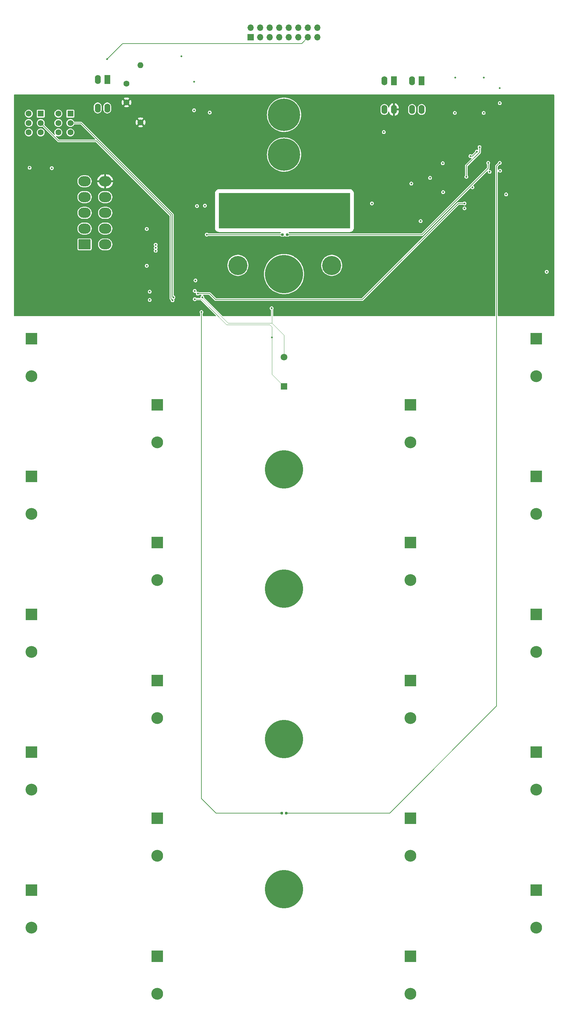
<source format=gbr>
%TF.GenerationSoftware,KiCad,Pcbnew,8.0.3*%
%TF.CreationDate,2024-09-30T04:18:30-05:00*%
%TF.ProjectId,Project Lab 4,50726f6a-6563-4742-904c-616220342e6b,rev?*%
%TF.SameCoordinates,Original*%
%TF.FileFunction,Copper,L4,Bot*%
%TF.FilePolarity,Positive*%
%FSLAX46Y46*%
G04 Gerber Fmt 4.6, Leading zero omitted, Abs format (unit mm)*
G04 Created by KiCad (PCBNEW 8.0.3) date 2024-09-30 04:18:30*
%MOMM*%
%LPD*%
G01*
G04 APERTURE LIST*
G04 Aperture macros list*
%AMRoundRect*
0 Rectangle with rounded corners*
0 $1 Rounding radius*
0 $2 $3 $4 $5 $6 $7 $8 $9 X,Y pos of 4 corners*
0 Add a 4 corners polygon primitive as box body*
4,1,4,$2,$3,$4,$5,$6,$7,$8,$9,$2,$3,0*
0 Add four circle primitives for the rounded corners*
1,1,$1+$1,$2,$3*
1,1,$1+$1,$4,$5*
1,1,$1+$1,$6,$7*
1,1,$1+$1,$8,$9*
0 Add four rect primitives between the rounded corners*
20,1,$1+$1,$2,$3,$4,$5,0*
20,1,$1+$1,$4,$5,$6,$7,0*
20,1,$1+$1,$6,$7,$8,$9,0*
20,1,$1+$1,$8,$9,$2,$3,0*%
G04 Aperture macros list end*
%TA.AperFunction,ComponentPad*%
%ADD10R,3.150000X3.150000*%
%TD*%
%TA.AperFunction,ComponentPad*%
%ADD11C,3.150000*%
%TD*%
%TA.AperFunction,ComponentPad*%
%ADD12C,5.100000*%
%TD*%
%TA.AperFunction,ComponentPad*%
%ADD13R,1.600000X2.400000*%
%TD*%
%TA.AperFunction,ComponentPad*%
%ADD14O,1.600000X2.400000*%
%TD*%
%TA.AperFunction,ComponentPad*%
%ADD15R,1.600000X1.600000*%
%TD*%
%TA.AperFunction,ComponentPad*%
%ADD16C,1.600000*%
%TD*%
%TA.AperFunction,ComponentPad*%
%ADD17C,10.200000*%
%TD*%
%TA.AperFunction,ComponentPad*%
%ADD18R,1.800000X1.800000*%
%TD*%
%TA.AperFunction,ComponentPad*%
%ADD19C,1.800000*%
%TD*%
%TA.AperFunction,ComponentPad*%
%ADD20RoundRect,0.250001X1.399999X-1.099999X1.399999X1.099999X-1.399999X1.099999X-1.399999X-1.099999X0*%
%TD*%
%TA.AperFunction,ComponentPad*%
%ADD21O,3.300000X2.700000*%
%TD*%
%TA.AperFunction,ComponentPad*%
%ADD22R,1.700000X1.700000*%
%TD*%
%TA.AperFunction,ComponentPad*%
%ADD23O,1.700000X1.700000*%
%TD*%
%TA.AperFunction,ComponentPad*%
%ADD24C,0.600000*%
%TD*%
%TA.AperFunction,ComponentPad*%
%ADD25O,1.600000X1.600000*%
%TD*%
%TA.AperFunction,ComponentPad*%
%ADD26C,8.600000*%
%TD*%
%TA.AperFunction,SMDPad,CuDef*%
%ADD27RoundRect,0.160000X-0.197500X-0.160000X0.197500X-0.160000X0.197500X0.160000X-0.197500X0.160000X0*%
%TD*%
%TA.AperFunction,ViaPad*%
%ADD28C,0.500000*%
%TD*%
%TA.AperFunction,Conductor*%
%ADD29C,0.200000*%
%TD*%
%TA.AperFunction,Conductor*%
%ADD30C,0.150000*%
%TD*%
%TA.AperFunction,Conductor*%
%ADD31C,0.100000*%
%TD*%
G04 APERTURE END LIST*
D10*
%TO.P,C6,1*%
%TO.N,+40V*%
X326500000Y-42000000D03*
D11*
%TO.P,C6,2*%
%TO.N,GNDPWR*%
X326500000Y-52000000D03*
%TD*%
D10*
%TO.P,C20,1*%
%TO.N,+40V*%
X461000000Y-42000000D03*
D11*
%TO.P,C20,2*%
%TO.N,GNDPWR*%
X461000000Y-52000000D03*
%TD*%
D12*
%TO.P,H8,1,1*%
%TO.N,/-SHUNT*%
X381500000Y-22500000D03*
X406500000Y-22500000D03*
%TD*%
D13*
%TO.P,OC4,1*%
%TO.N,Net-(OC4-Pad1)*%
X423075000Y26625000D03*
D14*
%TO.P,OC4,2*%
%TO.N,GND*%
X420535000Y26625000D03*
%TO.P,OC4,3*%
%TO.N,/DISCHARGE*%
X420535000Y19005000D03*
%TO.P,OC4,4*%
%TO.N,+12V*%
X423075000Y19005000D03*
%TD*%
D10*
%TO.P,C22,1*%
%TO.N,+40V*%
X326500000Y-188800000D03*
D11*
%TO.P,C22,2*%
%TO.N,GNDPWR*%
X326500000Y-198800000D03*
%TD*%
D10*
%TO.P,C18,1*%
%TO.N,+40V*%
X326500000Y-152100000D03*
D11*
%TO.P,C18,2*%
%TO.N,GNDPWR*%
X326500000Y-162100000D03*
%TD*%
D15*
%TO.P,SW2,1,A*%
%TO.N,GNDPWR*%
X336850000Y17907500D03*
D16*
%TO.P,SW2,2,B*%
%TO.N,/GAIN2*%
X336850000Y15407500D03*
%TO.P,SW2,3,C*%
%TO.N,+5V*%
X336850000Y12907500D03*
%TO.P,SW2,4*%
%TO.N,N/C*%
X333650000Y17907500D03*
%TO.P,SW2,5*%
X333650000Y15407500D03*
%TO.P,SW2,6*%
X333650000Y12907500D03*
%TD*%
D13*
%TO.P,OC1,1*%
%TO.N,Net-(OC1-Pad1)*%
X346675000Y27025000D03*
D14*
%TO.P,OC1,2*%
%TO.N,GND*%
X344135000Y27025000D03*
%TO.P,OC1,3*%
%TO.N,GNDPWR*%
X344135000Y19405000D03*
%TO.P,OC1,4*%
%TO.N,HV_RELAY*%
X346675000Y19405000D03*
%TD*%
D10*
%TO.P,C21,1*%
%TO.N,+40V*%
X360000000Y-59600000D03*
D11*
%TO.P,C21,2*%
%TO.N,GNDPWR*%
X360000000Y-69600000D03*
%TD*%
D10*
%TO.P,C13,1*%
%TO.N,+40V*%
X360000000Y-133000000D03*
D11*
%TO.P,C13,2*%
%TO.N,GNDPWR*%
X360000000Y-143000000D03*
%TD*%
D17*
%TO.P,R24,1,1*%
%TO.N,+40V*%
X393800000Y-76800000D03*
D18*
%TO.P,R24,2,2*%
%TO.N,/+RS*%
X393800000Y-54700000D03*
D19*
%TO.P,R24,3,3*%
%TO.N,/-RS*%
X393800000Y-46900000D03*
D17*
%TO.P,R24,4,4*%
%TO.N,/-SHUNT*%
X393800000Y-24800000D03*
%TD*%
D20*
%TO.P,J2,1,Pin_1*%
%TO.N,+40V*%
X340625000Y-16900000D03*
D21*
%TO.P,J2,2,Pin_2*%
%TO.N,GNDPWR*%
X340625000Y-12700000D03*
%TO.P,J2,3,Pin_3*%
%TO.N,-13.8V*%
X340625000Y-8500000D03*
%TO.P,J2,4,Pin_4*%
%TO.N,GNDPWR*%
X340625000Y-4300000D03*
%TO.P,J2,5,Pin_5*%
%TO.N,+13.8V*%
X340625000Y-100000D03*
%TO.P,J2,6,Pin_6*%
%TO.N,GNDPWR*%
X346125000Y-16900000D03*
%TO.P,J2,7,Pin_7*%
X346125000Y-12700000D03*
%TO.P,J2,8,Pin_8*%
%TO.N,HV_RELAY*%
X346125000Y-8500000D03*
%TO.P,J2,9,Pin_9*%
%TO.N,GNDPWR*%
X346125000Y-4300000D03*
%TO.P,J2,10,Pin_10*%
%TO.N,+12V*%
X346125000Y-100000D03*
%TD*%
D10*
%TO.P,C5,1*%
%TO.N,+40V*%
X360000000Y-206400000D03*
D11*
%TO.P,C5,2*%
%TO.N,GNDPWR*%
X360000000Y-216400000D03*
%TD*%
D17*
%TO.P,H7,1,1*%
%TO.N,+40V*%
X393800000Y-108575000D03*
X393800000Y-148575000D03*
X393800000Y-188575000D03*
%TD*%
D16*
%TO.P,C29,1*%
%TO.N,+12V*%
X351800000Y20900000D03*
%TO.P,C29,2*%
%TO.N,GND*%
X351800000Y25900000D03*
%TD*%
D10*
%TO.P,C11,1*%
%TO.N,+40V*%
X427500000Y-133000000D03*
D11*
%TO.P,C11,2*%
%TO.N,GNDPWR*%
X427500000Y-143000000D03*
%TD*%
D22*
%TO.P,J4,1,Pin_1*%
%TO.N,+5V_ISO*%
X384925000Y38260000D03*
D23*
%TO.P,J4,2,Pin_2*%
X384925000Y40800000D03*
%TO.P,J4,3,Pin_3*%
%TO.N,GND*%
X387465000Y38260000D03*
%TO.P,J4,4,Pin_4*%
X387465000Y40800000D03*
%TO.P,J4,5,Pin_5*%
%TO.N,+5V_ISO*%
X390005000Y38260000D03*
%TO.P,J4,6,Pin_6*%
X390005000Y40800000D03*
%TO.P,J4,7,Pin_7*%
%TO.N,GND*%
X392545000Y38260000D03*
%TO.P,J4,8,Pin_8*%
X392545000Y40800000D03*
%TO.P,J4,9,Pin_9*%
%TO.N,unconnected-(J4-Pin_9-Pad9)*%
X395085000Y38260000D03*
%TO.P,J4,10,Pin_10*%
%TO.N,/~CS*%
X395085000Y40800000D03*
%TO.P,J4,11,Pin_11*%
%TO.N,~BLEED*%
X397625000Y38260000D03*
%TO.P,J4,12,Pin_12*%
%TO.N,/SCLK*%
X397625000Y40800000D03*
%TO.P,J4,13,Pin_13*%
%TO.N,HV_EN*%
X400165000Y38260000D03*
%TO.P,J4,14,Pin_14*%
%TO.N,/MOSI*%
X400165000Y40800000D03*
%TO.P,J4,15,Pin_15*%
%TO.N,TRIG*%
X402705000Y38260000D03*
%TO.P,J4,16,Pin_16*%
%TO.N,/MISO*%
X402705000Y40800000D03*
%TD*%
D10*
%TO.P,C14,1*%
%TO.N,+40V*%
X326500000Y-115400000D03*
D11*
%TO.P,C14,2*%
%TO.N,GNDPWR*%
X326500000Y-125400000D03*
%TD*%
D10*
%TO.P,C12,1*%
%TO.N,+40V*%
X461000000Y-115400000D03*
D11*
%TO.P,C12,2*%
%TO.N,GNDPWR*%
X461000000Y-125400000D03*
%TD*%
D10*
%TO.P,C19,1*%
%TO.N,+40V*%
X427500000Y-59600000D03*
D11*
%TO.P,C19,2*%
%TO.N,GNDPWR*%
X427500000Y-69600000D03*
%TD*%
D10*
%TO.P,C15,1*%
%TO.N,+40V*%
X427500000Y-96300000D03*
D11*
%TO.P,C15,2*%
%TO.N,GNDPWR*%
X427500000Y-106300000D03*
%TD*%
D24*
%TO.P,Q1,3,D*%
%TO.N,/-SHUNT*%
X409600000Y-5170000D03*
X408400000Y-5170000D03*
X407200000Y-5170000D03*
X406000000Y-5170000D03*
X404800000Y-5170000D03*
X403600000Y-5170000D03*
X402400000Y-5170000D03*
X409600000Y-6370000D03*
X408400000Y-6370000D03*
X407200000Y-6370000D03*
X406000000Y-6370000D03*
X404800000Y-6370000D03*
X403600000Y-6370000D03*
X402400000Y-6370000D03*
X409600000Y-7570000D03*
X408400000Y-7570000D03*
X407200000Y-7570000D03*
X406000000Y-7570000D03*
X404800000Y-7570000D03*
X403600000Y-7570000D03*
X402400000Y-7570000D03*
X409600000Y-8770000D03*
X408400000Y-8770000D03*
X407200000Y-8770000D03*
X406000000Y-8770000D03*
X404800000Y-8770000D03*
X403600000Y-8770000D03*
X402400000Y-8770000D03*
X409600000Y-9970000D03*
X408400000Y-9970000D03*
X407200000Y-9970000D03*
X406000000Y-9970000D03*
X404800000Y-9970000D03*
X403600000Y-9970000D03*
X402400000Y-9970000D03*
X409600000Y-11170000D03*
X408400000Y-11170000D03*
X407200000Y-11170000D03*
X406000000Y-11170000D03*
X404800000Y-11170000D03*
X403600000Y-11170000D03*
X402400000Y-11170000D03*
%TD*%
D10*
%TO.P,C3,1*%
%TO.N,+40V*%
X427500000Y-206400000D03*
D11*
%TO.P,C3,2*%
%TO.N,GNDPWR*%
X427500000Y-216400000D03*
%TD*%
D16*
%TO.P,R8,1*%
%TO.N,+12V*%
X355550000Y15580000D03*
D25*
%TO.P,R8,2*%
%TO.N,GND*%
X355550000Y30820000D03*
%TD*%
D13*
%TO.P,OC2,1*%
%TO.N,Net-(OC2-Pad1)*%
X430475000Y26625000D03*
D14*
%TO.P,OC2,2*%
%TO.N,GND*%
X427935000Y26625000D03*
%TO.P,OC2,3*%
%TO.N,GNDPWR*%
X427935000Y19005000D03*
%TO.P,OC2,4*%
%TO.N,/cap_bank/bleed_gate*%
X430475000Y19005000D03*
%TD*%
D24*
%TO.P,Q3,3,D*%
%TO.N,/-SHUNT*%
X385200000Y-5170000D03*
X384000000Y-5170000D03*
X382800000Y-5170000D03*
X381600000Y-5170000D03*
X380400000Y-5170000D03*
X379200000Y-5170000D03*
X378000000Y-5170000D03*
X385200000Y-6370000D03*
X384000000Y-6370000D03*
X382800000Y-6370000D03*
X381600000Y-6370000D03*
X380400000Y-6370000D03*
X379200000Y-6370000D03*
X378000000Y-6370000D03*
X385200000Y-7570000D03*
X384000000Y-7570000D03*
X382800000Y-7570000D03*
X381600000Y-7570000D03*
X380400000Y-7570000D03*
X379200000Y-7570000D03*
X378000000Y-7570000D03*
X385200000Y-8770000D03*
X384000000Y-8770000D03*
X382800000Y-8770000D03*
X381600000Y-8770000D03*
X380400000Y-8770000D03*
X379200000Y-8770000D03*
X378000000Y-8770000D03*
X385200000Y-9970000D03*
X384000000Y-9970000D03*
X382800000Y-9970000D03*
X381600000Y-9970000D03*
X380400000Y-9970000D03*
X379200000Y-9970000D03*
X378000000Y-9970000D03*
X385200000Y-11170000D03*
X384000000Y-11170000D03*
X382800000Y-11170000D03*
X381600000Y-11170000D03*
X380400000Y-11170000D03*
X379200000Y-11170000D03*
X378000000Y-11170000D03*
%TD*%
D26*
%TO.P,H1,1,1*%
%TO.N,/power_stage/+TWEEZER*%
X393800000Y7000000D03*
%TD*%
D10*
%TO.P,C9,1*%
%TO.N,+40V*%
X360000000Y-169700000D03*
D11*
%TO.P,C9,2*%
%TO.N,GNDPWR*%
X360000000Y-179700000D03*
%TD*%
D10*
%TO.P,C10,1*%
%TO.N,+40V*%
X326500000Y-78700000D03*
D11*
%TO.P,C10,2*%
%TO.N,GNDPWR*%
X326500000Y-88700000D03*
%TD*%
D10*
%TO.P,C8,1*%
%TO.N,+40V*%
X461000000Y-152100000D03*
D11*
%TO.P,C8,2*%
%TO.N,GNDPWR*%
X461000000Y-162100000D03*
%TD*%
D10*
%TO.P,C7,1*%
%TO.N,+40V*%
X427500000Y-169700000D03*
D11*
%TO.P,C7,2*%
%TO.N,GNDPWR*%
X427500000Y-179700000D03*
%TD*%
D26*
%TO.P,H2,1,1*%
%TO.N,GNDPWR*%
X393800000Y17600000D03*
%TD*%
D10*
%TO.P,C4,1*%
%TO.N,+40V*%
X461000000Y-188800000D03*
D11*
%TO.P,C4,2*%
%TO.N,GNDPWR*%
X461000000Y-198800000D03*
%TD*%
D10*
%TO.P,C17,1*%
%TO.N,+40V*%
X360000000Y-96300000D03*
D11*
%TO.P,C17,2*%
%TO.N,GNDPWR*%
X360000000Y-106300000D03*
%TD*%
D15*
%TO.P,SW1,1,A*%
%TO.N,GNDPWR*%
X328950000Y17907500D03*
D16*
%TO.P,SW1,2,B*%
%TO.N,/GAIN1*%
X328950000Y15407500D03*
%TO.P,SW1,3,C*%
%TO.N,+5V*%
X328950000Y12907500D03*
%TO.P,SW1,4*%
%TO.N,N/C*%
X325750000Y17907500D03*
%TO.P,SW1,5*%
X325750000Y15407500D03*
%TO.P,SW1,6*%
X325750000Y12907500D03*
%TD*%
D24*
%TO.P,Q2,3,D*%
%TO.N,/-SHUNT*%
X397600000Y-5170000D03*
X396400000Y-5170000D03*
X395200000Y-5170000D03*
X394000000Y-5170000D03*
X392800000Y-5170000D03*
X391600000Y-5170000D03*
X390400000Y-5170000D03*
X397600000Y-6370000D03*
X396400000Y-6370000D03*
X395200000Y-6370000D03*
X394000000Y-6370000D03*
X392800000Y-6370000D03*
X391600000Y-6370000D03*
X390400000Y-6370000D03*
X397600000Y-7570000D03*
X396400000Y-7570000D03*
X395200000Y-7570000D03*
X394000000Y-7570000D03*
X392800000Y-7570000D03*
X391600000Y-7570000D03*
X390400000Y-7570000D03*
X397600000Y-8770000D03*
X396400000Y-8770000D03*
X395200000Y-8770000D03*
X394000000Y-8770000D03*
X392800000Y-8770000D03*
X391600000Y-8770000D03*
X390400000Y-8770000D03*
X397600000Y-9970000D03*
X396400000Y-9970000D03*
X395200000Y-9970000D03*
X394000000Y-9970000D03*
X392800000Y-9970000D03*
X391600000Y-9970000D03*
X390400000Y-9970000D03*
X397600000Y-11170000D03*
X396400000Y-11170000D03*
X395200000Y-11170000D03*
X394000000Y-11170000D03*
X392800000Y-11170000D03*
X391600000Y-11170000D03*
X390400000Y-11170000D03*
%TD*%
D10*
%TO.P,C16,1*%
%TO.N,+40V*%
X461000000Y-78700000D03*
D11*
%TO.P,C16,2*%
%TO.N,GNDPWR*%
X461000000Y-88700000D03*
%TD*%
D27*
%TO.P,TH1,1*%
%TO.N,+5V*%
X393402500Y-14300000D03*
%TO.P,TH1,2*%
%TO.N,THERM1*%
X394597500Y-14300000D03*
%TD*%
%TO.P,TH2,1*%
%TO.N,+5V*%
X393202500Y-168300000D03*
%TO.P,TH2,2*%
%TO.N,THERM2*%
X394397500Y-168300000D03*
%TD*%
D28*
%TO.N,GND*%
X447000000Y27500000D03*
%TO.N,GNDPWR*%
X420400000Y13000000D03*
X463800000Y-24200000D03*
X374000000Y18200000D03*
X369800000Y18800000D03*
%TO.N,Net-(U2-OUTB)*%
X443455000Y6600000D03*
X445200000Y7800000D03*
%TO.N,Net-(U2-OUTA)*%
X445900000Y9000000D03*
%TO.N,/+i_sens*%
X441900000Y-6000000D03*
%TO.N,/GAIN1*%
X364100000Y-31800000D03*
%TO.N,/GAIN2*%
X364300000Y-31000000D03*
%TO.N,GNDPWR*%
X444000000Y-1700000D03*
%TO.N,Net-(U2-OUTA)*%
X442400000Y1100000D03*
%TO.N,GND*%
X366400000Y33200000D03*
%TO.N,HV_EN*%
X346600000Y32400000D03*
%TO.N,GNDPWR*%
X326000000Y3500000D03*
X331900000Y3400000D03*
%TO.N,+12V*%
X332000000Y-3900000D03*
%TO.N,GNDPWR*%
X357200000Y-12800000D03*
%TO.N,THERM1*%
X448200000Y4800000D03*
%TO.N,THERM2*%
X451300000Y4800000D03*
%TO.N,+5V*%
X371800000Y-34900000D03*
%TO.N,/+RS*%
X370000000Y-31500000D03*
%TO.N,/-RS*%
X372000000Y-31000000D03*
%TO.N,/+i_sens*%
X370800000Y-30000000D03*
%TO.N,/-RS*%
X390500000Y-33900000D03*
%TO.N,/+RS*%
X390600000Y-41700000D03*
%TO.N,GND*%
X369800000Y26400000D03*
X439400000Y27500000D03*
X451300000Y24700000D03*
%TO.N,GNDPWR*%
X451300000Y20700000D03*
X447000000Y18100000D03*
X439300000Y18100000D03*
X427700000Y-700000D03*
X417200000Y-6000000D03*
X430200000Y-10700000D03*
X448600000Y2400000D03*
X451400000Y2700000D03*
X453000000Y-3600000D03*
X441900000Y-7300000D03*
X436200000Y-3000000D03*
X432700000Y800000D03*
X436100000Y4700000D03*
%TO.N,+12V*%
X432700000Y-2400000D03*
%TO.N,GNDPWR*%
X370600000Y-6700000D03*
X372700000Y-6600000D03*
%TO.N,+5V*%
X373200000Y-14300000D03*
%TO.N,GNDPWR*%
X357200000Y-22600000D03*
X358000000Y-31700000D03*
X358000000Y-29500000D03*
X370000000Y-29300000D03*
X370200000Y-26500000D03*
X359600000Y-18600000D03*
X359600000Y-17800000D03*
X359600000Y-17000000D03*
%TD*%
D29*
%TO.N,Net-(U2-OUTA)*%
X442400000Y4100000D02*
X442400000Y1100000D01*
X445900000Y7600000D02*
X442400000Y4100000D01*
X445900000Y9000000D02*
X445900000Y7600000D01*
%TO.N,/+i_sens*%
X373950000Y-30000000D02*
X370850000Y-30000000D01*
X375550000Y-31600000D02*
X373950000Y-30000000D01*
X414650000Y-31600000D02*
X375550000Y-31600000D01*
X440250000Y-6000000D02*
X414650000Y-31600000D01*
X441850000Y-6050000D02*
X441900000Y-6000000D01*
X441900000Y-6000000D02*
X440250000Y-6000000D01*
D30*
%TO.N,/GAIN2*%
X339687475Y15407500D02*
X336850000Y15407500D01*
X364100000Y-9005025D02*
X339687475Y15407500D01*
X364100000Y-30800000D02*
X364100000Y-9005025D01*
X364300000Y-31000000D02*
X364100000Y-30800000D01*
D29*
%TO.N,+5V*%
X371800000Y-34900000D02*
X371750000Y-164400000D01*
D31*
%TO.N,/-RS*%
X390600000Y-34000000D02*
X390600000Y-37650000D01*
X390500000Y-33900000D02*
X390600000Y-34000000D01*
X390600000Y-33800000D02*
X390500000Y-33900000D01*
%TO.N,/+RS*%
X390600000Y-41700000D02*
X390600000Y-38900000D01*
D29*
%TO.N,+5V*%
X373200000Y-14300000D02*
X393402500Y-14300000D01*
X371750000Y-164400000D02*
X375650000Y-168300000D01*
X371750000Y-34950000D02*
X371800000Y-34900000D01*
X375650000Y-168300000D02*
X393202500Y-168300000D01*
X373150000Y-14300000D02*
X373200000Y-14300000D01*
%TO.N,THERM1*%
X430542893Y-14300000D02*
X394597500Y-14300000D01*
X448200000Y3357107D02*
X430542893Y-14300000D01*
X448200000Y4750000D02*
X448200000Y3357107D01*
%TO.N,THERM2*%
X450450000Y4000000D02*
X451200000Y4750000D01*
X394397500Y-168300000D02*
X421950000Y-168300000D01*
X450450000Y-139800000D02*
X450450000Y4000000D01*
X421950000Y-168300000D02*
X450450000Y-139800000D01*
%TO.N,HV_EN*%
X400165000Y38260000D02*
X398505000Y36600000D01*
X398505000Y36600000D02*
X350800000Y36600000D01*
X350800000Y36600000D02*
X346600000Y32400000D01*
D31*
%TO.N,/+RS*%
X389950000Y-38250000D02*
X378500000Y-38250000D01*
X371750000Y-31500000D02*
X370250000Y-31500000D01*
X378500000Y-38250000D02*
X371750000Y-31500000D01*
X393800000Y-54700000D02*
X390600000Y-51500000D01*
X390600000Y-41825000D02*
X390600000Y-41700000D01*
X390600000Y-38900000D02*
X389950000Y-38250000D01*
X390600000Y-51500000D02*
X390600000Y-41825000D01*
X370250000Y-31500000D02*
X370000000Y-31500000D01*
%TO.N,/-RS*%
X390600000Y-37875000D02*
X378875000Y-37875000D01*
X390600000Y-33775000D02*
X390600000Y-33800000D01*
X390600000Y-37850000D02*
X390600000Y-37650000D01*
X393800000Y-41050000D02*
X390600000Y-37850000D01*
X393800000Y-46900000D02*
X393800000Y-41050000D01*
X378875000Y-37875000D02*
X372000000Y-31000000D01*
X390600000Y-37650000D02*
X390600000Y-37875000D01*
D30*
%TO.N,/GAIN1*%
X333707500Y10650000D02*
X328950000Y15407500D01*
X364078248Y-31800000D02*
X363625000Y-31346752D01*
X363625000Y-31346752D02*
X363625000Y-9175000D01*
X343800000Y10650000D02*
X333707500Y10650000D01*
X363625000Y-9175000D02*
X343800000Y10650000D01*
D29*
%TO.N,Net-(U2-OUTB)*%
X444000000Y6600000D02*
X443505000Y6600000D01*
X445100000Y7700000D02*
X444000000Y6600000D01*
%TD*%
%TA.AperFunction,Conductor*%
%TO.N,+12V*%
G36*
X465742539Y22980315D02*
G01*
X465788294Y22927511D01*
X465799500Y22876000D01*
X465799500Y-35876000D01*
X465779815Y-35943039D01*
X465727011Y-35988794D01*
X465675500Y-36000000D01*
X450924500Y-36000000D01*
X450857461Y-35980315D01*
X450811706Y-35927511D01*
X450800500Y-35876000D01*
X450800500Y-24200000D01*
X463294353Y-24200000D01*
X463314834Y-24342456D01*
X463316384Y-24345849D01*
X463374623Y-24473373D01*
X463468872Y-24582143D01*
X463589947Y-24659953D01*
X463589950Y-24659954D01*
X463589949Y-24659954D01*
X463728036Y-24700499D01*
X463728038Y-24700500D01*
X463728039Y-24700500D01*
X463871962Y-24700500D01*
X463871962Y-24700499D01*
X464010053Y-24659953D01*
X464131128Y-24582143D01*
X464225377Y-24473373D01*
X464285165Y-24342457D01*
X464305647Y-24200000D01*
X464285165Y-24057543D01*
X464225377Y-23926627D01*
X464131128Y-23817857D01*
X464010053Y-23740047D01*
X464010051Y-23740046D01*
X464010049Y-23740045D01*
X464010050Y-23740045D01*
X463871963Y-23699500D01*
X463871961Y-23699500D01*
X463728039Y-23699500D01*
X463728036Y-23699500D01*
X463589949Y-23740045D01*
X463468873Y-23817856D01*
X463374623Y-23926626D01*
X463374622Y-23926628D01*
X463314834Y-24057543D01*
X463294353Y-24200000D01*
X450800500Y-24200000D01*
X450800500Y-3600000D01*
X452494353Y-3600000D01*
X452514834Y-3742456D01*
X452574622Y-3873371D01*
X452574623Y-3873373D01*
X452668872Y-3982143D01*
X452789947Y-4059953D01*
X452789950Y-4059954D01*
X452789949Y-4059954D01*
X452928036Y-4100499D01*
X452928038Y-4100500D01*
X452928039Y-4100500D01*
X453071962Y-4100500D01*
X453071962Y-4100499D01*
X453210053Y-4059953D01*
X453331128Y-3982143D01*
X453425377Y-3873373D01*
X453485165Y-3742457D01*
X453505647Y-3600000D01*
X453485165Y-3457543D01*
X453425377Y-3326627D01*
X453331128Y-3217857D01*
X453210053Y-3140047D01*
X453210051Y-3140046D01*
X453210049Y-3140045D01*
X453210050Y-3140045D01*
X453071963Y-3099500D01*
X453071961Y-3099500D01*
X452928039Y-3099500D01*
X452928036Y-3099500D01*
X452789949Y-3140045D01*
X452668873Y-3217856D01*
X452574623Y-3326626D01*
X452574622Y-3326628D01*
X452514834Y-3457543D01*
X452494353Y-3600000D01*
X450800500Y-3600000D01*
X450800500Y2295118D01*
X450820185Y2362157D01*
X450872989Y2407912D01*
X450942147Y2417856D01*
X451005703Y2388831D01*
X451018213Y2376321D01*
X451068873Y2317856D01*
X451189950Y2240045D01*
X451189949Y2240045D01*
X451328036Y2199500D01*
X451328039Y2199500D01*
X451471963Y2199500D01*
X451610050Y2240045D01*
X451731126Y2317856D01*
X451731128Y2317857D01*
X451825377Y2426627D01*
X451885165Y2557543D01*
X451905647Y2700000D01*
X451885165Y2842457D01*
X451825377Y2973373D01*
X451731128Y3082143D01*
X451610053Y3159953D01*
X451471962Y3200499D01*
X451471962Y3200500D01*
X451471961Y3200500D01*
X451328039Y3200500D01*
X451328038Y3200500D01*
X451328036Y3200499D01*
X451189949Y3159954D01*
X451189947Y3159953D01*
X451068872Y3082143D01*
X451068870Y3082141D01*
X451018213Y3023679D01*
X450959435Y2985904D01*
X450889566Y2985904D01*
X450830787Y3023678D01*
X450801762Y3087233D01*
X450800500Y3104881D01*
X450800500Y3803456D01*
X450820185Y3870495D01*
X450836819Y3891137D01*
X451208863Y4263181D01*
X451270186Y4296666D01*
X451296544Y4299500D01*
X451371963Y4299500D01*
X451510050Y4340045D01*
X451631126Y4417856D01*
X451631128Y4417857D01*
X451725377Y4526627D01*
X451785165Y4657543D01*
X451805647Y4800000D01*
X451785165Y4942457D01*
X451725377Y5073373D01*
X451631128Y5182143D01*
X451510053Y5259953D01*
X451371962Y5300499D01*
X451371962Y5300500D01*
X451371961Y5300500D01*
X451228039Y5300500D01*
X451228038Y5300500D01*
X451228036Y5300499D01*
X451089949Y5259954D01*
X451089947Y5259953D01*
X450968872Y5182143D01*
X450882222Y5082143D01*
X450874623Y5073373D01*
X450874622Y5073371D01*
X450814835Y4942458D01*
X450814834Y4942453D01*
X450806948Y4887606D01*
X450777922Y4824051D01*
X450771891Y4817573D01*
X450169531Y4215213D01*
X450169529Y4215210D01*
X450129656Y4146147D01*
X450129654Y4146145D01*
X450123386Y4135290D01*
X450123386Y4135289D01*
X450099500Y4046143D01*
X450099500Y-35876000D01*
X450079815Y-35943039D01*
X450027011Y-35988794D01*
X449975500Y-36000000D01*
X391024500Y-36000000D01*
X390957461Y-35980315D01*
X390911706Y-35927511D01*
X390900500Y-35876000D01*
X390900500Y-34248332D01*
X390920185Y-34181293D01*
X390920901Y-34180336D01*
X390925368Y-34173382D01*
X390925377Y-34173373D01*
X390985165Y-34042457D01*
X391005647Y-33900000D01*
X390985165Y-33757543D01*
X390925377Y-33626627D01*
X390831128Y-33517857D01*
X390710053Y-33440047D01*
X390710051Y-33440046D01*
X390710049Y-33440045D01*
X390710050Y-33440045D01*
X390571963Y-33399500D01*
X390571961Y-33399500D01*
X390428039Y-33399500D01*
X390428036Y-33399500D01*
X390289949Y-33440045D01*
X390168873Y-33517856D01*
X390074623Y-33626626D01*
X390074622Y-33626628D01*
X390014834Y-33757543D01*
X389994353Y-33900000D01*
X390014834Y-34042456D01*
X390074621Y-34173368D01*
X390074623Y-34173373D01*
X390168872Y-34282143D01*
X390242540Y-34329486D01*
X390288294Y-34382289D01*
X390299500Y-34433801D01*
X390299500Y-35876000D01*
X390279815Y-35943039D01*
X390227011Y-35988794D01*
X390175500Y-36000000D01*
X377476333Y-36000000D01*
X377409294Y-35980315D01*
X377388652Y-35963681D01*
X372539395Y-31114424D01*
X372505910Y-31053101D01*
X372504339Y-31009094D01*
X372505647Y-31000000D01*
X372485165Y-30857543D01*
X372425377Y-30726627D01*
X372331128Y-30617857D01*
X372331125Y-30617855D01*
X372331126Y-30617855D01*
X372270378Y-30578815D01*
X372224624Y-30526011D01*
X372214680Y-30456853D01*
X372243705Y-30393297D01*
X372302483Y-30355523D01*
X372337418Y-30350500D01*
X373753456Y-30350500D01*
X373820495Y-30370185D01*
X373841137Y-30386819D01*
X375334788Y-31880470D01*
X375334790Y-31880471D01*
X375334794Y-31880474D01*
X375378122Y-31905489D01*
X375378124Y-31905490D01*
X375378128Y-31905492D01*
X375414712Y-31926614D01*
X375503856Y-31950500D01*
X375503857Y-31950500D01*
X375503858Y-31950500D01*
X414696142Y-31950500D01*
X414696144Y-31950500D01*
X414785288Y-31926614D01*
X414821871Y-31905492D01*
X414821873Y-31905492D01*
X414865205Y-31880474D01*
X414865204Y-31880474D01*
X414865212Y-31880470D01*
X439445682Y-7300000D01*
X441394353Y-7300000D01*
X441414834Y-7442456D01*
X441421634Y-7457345D01*
X441474623Y-7573373D01*
X441568872Y-7682143D01*
X441689947Y-7759953D01*
X441689950Y-7759954D01*
X441689949Y-7759954D01*
X441828036Y-7800499D01*
X441828038Y-7800500D01*
X441828039Y-7800500D01*
X441971962Y-7800500D01*
X441971962Y-7800499D01*
X442110053Y-7759953D01*
X442231128Y-7682143D01*
X442325377Y-7573373D01*
X442385165Y-7442457D01*
X442405647Y-7300000D01*
X442385165Y-7157543D01*
X442325377Y-7026627D01*
X442231128Y-6917857D01*
X442110053Y-6840047D01*
X442110051Y-6840046D01*
X442110049Y-6840045D01*
X442110050Y-6840045D01*
X441971963Y-6799500D01*
X441971961Y-6799500D01*
X441828039Y-6799500D01*
X441828036Y-6799500D01*
X441689949Y-6840045D01*
X441568873Y-6917856D01*
X441474623Y-7026626D01*
X441474622Y-7026628D01*
X441414834Y-7157543D01*
X441394353Y-7300000D01*
X439445682Y-7300000D01*
X440358863Y-6386819D01*
X440420186Y-6353334D01*
X440446544Y-6350500D01*
X441486105Y-6350500D01*
X441553144Y-6370185D01*
X441567312Y-6380790D01*
X441568866Y-6382137D01*
X441568872Y-6382143D01*
X441689947Y-6459953D01*
X441689950Y-6459954D01*
X441689949Y-6459954D01*
X441828036Y-6500499D01*
X441828038Y-6500500D01*
X441828039Y-6500500D01*
X441971962Y-6500500D01*
X441971962Y-6500499D01*
X442110053Y-6459953D01*
X442231128Y-6382143D01*
X442325377Y-6273373D01*
X442385165Y-6142457D01*
X442405647Y-6000000D01*
X442385165Y-5857543D01*
X442325377Y-5726627D01*
X442231128Y-5617857D01*
X442110053Y-5540047D01*
X442110051Y-5540046D01*
X442110049Y-5540045D01*
X442110050Y-5540045D01*
X441971963Y-5499500D01*
X441971961Y-5499500D01*
X441828039Y-5499500D01*
X441828036Y-5499500D01*
X441689949Y-5540045D01*
X441568876Y-5617854D01*
X441568874Y-5617855D01*
X441568872Y-5617857D01*
X441568870Y-5617858D01*
X441567312Y-5619210D01*
X441565427Y-5620070D01*
X441561411Y-5622652D01*
X441561039Y-5622074D01*
X441503757Y-5648237D01*
X441486105Y-5649500D01*
X440203856Y-5649500D01*
X440120073Y-5671948D01*
X440120074Y-5671949D01*
X440114712Y-5673385D01*
X440114708Y-5673387D01*
X440034791Y-5719527D01*
X440034786Y-5719531D01*
X414541137Y-31213181D01*
X414479814Y-31246666D01*
X414453456Y-31249500D01*
X375746544Y-31249500D01*
X375679505Y-31229815D01*
X375658863Y-31213181D01*
X374165213Y-29719531D01*
X374165208Y-29719527D01*
X374085291Y-29673387D01*
X374085287Y-29673385D01*
X374079926Y-29671949D01*
X374079926Y-29671948D01*
X374011476Y-29653608D01*
X373996144Y-29649500D01*
X373996143Y-29649500D01*
X371213895Y-29649500D01*
X371146856Y-29629815D01*
X371132688Y-29619210D01*
X371131132Y-29617862D01*
X371131128Y-29617857D01*
X371010053Y-29540047D01*
X371010051Y-29540046D01*
X371010049Y-29540045D01*
X371010050Y-29540045D01*
X370871963Y-29499500D01*
X370871961Y-29499500D01*
X370728039Y-29499500D01*
X370651026Y-29522112D01*
X370581157Y-29522111D01*
X370522379Y-29484335D01*
X370493355Y-29420779D01*
X370493355Y-29385493D01*
X370505647Y-29300000D01*
X370485165Y-29157543D01*
X370425377Y-29026627D01*
X370331128Y-28917857D01*
X370210053Y-28840047D01*
X370210051Y-28840046D01*
X370210049Y-28840045D01*
X370210050Y-28840045D01*
X370071963Y-28799500D01*
X370071961Y-28799500D01*
X369928039Y-28799500D01*
X369928036Y-28799500D01*
X369789949Y-28840045D01*
X369668873Y-28917856D01*
X369574623Y-29026626D01*
X369574622Y-29026628D01*
X369514834Y-29157543D01*
X369494353Y-29300000D01*
X369514834Y-29442456D01*
X369559402Y-29540045D01*
X369574623Y-29573373D01*
X369668872Y-29682143D01*
X369789947Y-29759953D01*
X369789950Y-29759954D01*
X369789949Y-29759954D01*
X369928036Y-29800499D01*
X369928038Y-29800500D01*
X369928039Y-29800500D01*
X370071961Y-29800500D01*
X370148971Y-29777888D01*
X370218841Y-29777888D01*
X370277619Y-29815662D01*
X370306644Y-29879218D01*
X370306644Y-29914512D01*
X370294353Y-29999999D01*
X370314834Y-30142456D01*
X370318508Y-30150500D01*
X370374623Y-30273373D01*
X370468872Y-30382143D01*
X370589947Y-30459953D01*
X370589950Y-30459954D01*
X370589949Y-30459954D01*
X370697107Y-30491417D01*
X370724633Y-30499500D01*
X370728036Y-30500499D01*
X370728038Y-30500500D01*
X370728039Y-30500500D01*
X370871962Y-30500500D01*
X370871962Y-30500499D01*
X371010053Y-30459953D01*
X371131128Y-30382143D01*
X371131136Y-30382133D01*
X371132688Y-30380790D01*
X371134572Y-30379929D01*
X371138589Y-30377348D01*
X371138960Y-30377925D01*
X371196243Y-30351763D01*
X371213895Y-30350500D01*
X371662582Y-30350500D01*
X371729621Y-30370185D01*
X371775376Y-30422989D01*
X371785320Y-30492147D01*
X371756295Y-30555703D01*
X371729622Y-30578815D01*
X371668874Y-30617855D01*
X371574623Y-30726626D01*
X371574622Y-30726628D01*
X371514834Y-30857543D01*
X371494353Y-30999999D01*
X371502671Y-31057853D01*
X371492727Y-31127012D01*
X371446972Y-31179816D01*
X371379933Y-31199500D01*
X370458501Y-31199500D01*
X370391462Y-31179815D01*
X370364788Y-31156703D01*
X370331128Y-31117857D01*
X370210053Y-31040047D01*
X370210051Y-31040046D01*
X370210049Y-31040045D01*
X370210050Y-31040045D01*
X370071963Y-30999500D01*
X370071961Y-30999500D01*
X369928039Y-30999500D01*
X369928036Y-30999500D01*
X369789949Y-31040045D01*
X369668873Y-31117856D01*
X369574623Y-31226626D01*
X369574622Y-31226628D01*
X369514834Y-31357543D01*
X369494353Y-31500000D01*
X369514834Y-31642456D01*
X369541114Y-31700000D01*
X369574623Y-31773373D01*
X369668872Y-31882143D01*
X369789947Y-31959953D01*
X369789950Y-31959954D01*
X369789949Y-31959954D01*
X369928036Y-32000499D01*
X369928038Y-32000500D01*
X369928039Y-32000500D01*
X370071962Y-32000500D01*
X370071962Y-32000499D01*
X370210053Y-31959953D01*
X370331128Y-31882143D01*
X370364788Y-31843296D01*
X370423567Y-31805523D01*
X370458501Y-31800500D01*
X371574167Y-31800500D01*
X371641206Y-31820185D01*
X371661848Y-31836819D01*
X375613348Y-35788319D01*
X375646833Y-35849642D01*
X375641849Y-35919334D01*
X375599977Y-35975267D01*
X375534513Y-35999684D01*
X375525667Y-36000000D01*
X372274123Y-36000000D01*
X372207084Y-35980315D01*
X372161329Y-35927511D01*
X372150123Y-35875952D01*
X372150343Y-35306168D01*
X372170053Y-35239136D01*
X372180625Y-35225018D01*
X372225377Y-35173373D01*
X372285165Y-35042457D01*
X372305647Y-34900000D01*
X372285165Y-34757543D01*
X372225377Y-34626627D01*
X372131128Y-34517857D01*
X372010053Y-34440047D01*
X372010051Y-34440046D01*
X372010049Y-34440045D01*
X372010050Y-34440045D01*
X371871963Y-34399500D01*
X371871961Y-34399500D01*
X371728039Y-34399500D01*
X371728036Y-34399500D01*
X371589949Y-34440045D01*
X371468873Y-34517856D01*
X371374623Y-34626626D01*
X371374622Y-34626628D01*
X371314834Y-34757543D01*
X371294353Y-34900000D01*
X371314834Y-35042456D01*
X371374622Y-35173371D01*
X371374623Y-35173373D01*
X371419056Y-35224652D01*
X371448081Y-35288207D01*
X371449343Y-35305902D01*
X371449123Y-35876048D01*
X371429413Y-35943080D01*
X371376591Y-35988814D01*
X371325123Y-36000000D01*
X321924500Y-36000000D01*
X321857461Y-35980315D01*
X321811706Y-35927511D01*
X321800500Y-35876000D01*
X321800500Y-31700000D01*
X357494353Y-31700000D01*
X357514834Y-31842456D01*
X357560504Y-31942457D01*
X357574623Y-31973373D01*
X357668872Y-32082143D01*
X357789947Y-32159953D01*
X357789950Y-32159954D01*
X357789949Y-32159954D01*
X357928036Y-32200499D01*
X357928038Y-32200500D01*
X357928039Y-32200500D01*
X358071962Y-32200500D01*
X358071962Y-32200499D01*
X358210053Y-32159953D01*
X358331128Y-32082143D01*
X358425377Y-31973373D01*
X358485165Y-31842457D01*
X358505647Y-31700000D01*
X358485165Y-31557543D01*
X358425377Y-31426627D01*
X358331128Y-31317857D01*
X358210053Y-31240047D01*
X358210051Y-31240046D01*
X358210049Y-31240045D01*
X358210050Y-31240045D01*
X358071963Y-31199500D01*
X358071961Y-31199500D01*
X357928039Y-31199500D01*
X357928036Y-31199500D01*
X357789949Y-31240045D01*
X357668873Y-31317856D01*
X357574623Y-31426626D01*
X357574622Y-31426628D01*
X357514834Y-31557543D01*
X357494353Y-31700000D01*
X321800500Y-31700000D01*
X321800500Y-29500000D01*
X357494353Y-29500000D01*
X357514834Y-29642456D01*
X357568494Y-29759953D01*
X357574623Y-29773373D01*
X357668872Y-29882143D01*
X357789947Y-29959953D01*
X357789950Y-29959954D01*
X357789949Y-29959954D01*
X357897107Y-29991417D01*
X357926336Y-30000000D01*
X357928036Y-30000499D01*
X357928038Y-30000500D01*
X357928039Y-30000500D01*
X358071962Y-30000500D01*
X358071962Y-30000499D01*
X358210053Y-29959953D01*
X358331128Y-29882143D01*
X358425377Y-29773373D01*
X358485165Y-29642457D01*
X358505647Y-29500000D01*
X358485165Y-29357543D01*
X358425377Y-29226627D01*
X358331128Y-29117857D01*
X358210053Y-29040047D01*
X358210051Y-29040046D01*
X358210049Y-29040045D01*
X358210050Y-29040045D01*
X358071963Y-28999500D01*
X358071961Y-28999500D01*
X357928039Y-28999500D01*
X357928036Y-28999500D01*
X357789949Y-29040045D01*
X357668873Y-29117856D01*
X357574623Y-29226626D01*
X357574622Y-29226628D01*
X357514834Y-29357543D01*
X357494353Y-29500000D01*
X321800500Y-29500000D01*
X321800500Y-22600000D01*
X356694353Y-22600000D01*
X356714834Y-22742456D01*
X356752837Y-22825669D01*
X356774623Y-22873373D01*
X356868872Y-22982143D01*
X356989947Y-23059953D01*
X356989950Y-23059954D01*
X356989949Y-23059954D01*
X357128036Y-23100499D01*
X357128038Y-23100500D01*
X357128039Y-23100500D01*
X357271962Y-23100500D01*
X357271962Y-23100499D01*
X357410053Y-23059953D01*
X357531128Y-22982143D01*
X357625377Y-22873373D01*
X357685165Y-22742457D01*
X357705647Y-22600000D01*
X357685165Y-22457543D01*
X357625377Y-22326627D01*
X357531128Y-22217857D01*
X357410053Y-22140047D01*
X357410051Y-22140046D01*
X357410049Y-22140045D01*
X357410050Y-22140045D01*
X357271963Y-22099500D01*
X357271961Y-22099500D01*
X357128039Y-22099500D01*
X357128036Y-22099500D01*
X356989949Y-22140045D01*
X356868873Y-22217856D01*
X356774623Y-22326626D01*
X356774622Y-22326628D01*
X356714834Y-22457543D01*
X356694353Y-22600000D01*
X321800500Y-22600000D01*
X321800500Y-15752136D01*
X338724500Y-15752136D01*
X338724500Y-18047863D01*
X338724501Y-18047882D01*
X338730908Y-18107481D01*
X338781202Y-18242327D01*
X338781203Y-18242328D01*
X338781204Y-18242330D01*
X338867454Y-18357546D01*
X338982670Y-18443796D01*
X338982671Y-18443796D01*
X338982672Y-18443797D01*
X339117518Y-18494091D01*
X339117517Y-18494091D01*
X339124445Y-18494835D01*
X339177128Y-18500500D01*
X339177137Y-18500500D01*
X342072863Y-18500500D01*
X342072872Y-18500500D01*
X342132482Y-18494091D01*
X342267330Y-18443796D01*
X342382546Y-18357546D01*
X342468796Y-18242330D01*
X342519091Y-18107482D01*
X342525500Y-18047872D01*
X342525500Y-16774038D01*
X344224500Y-16774038D01*
X344224500Y-17025961D01*
X344263910Y-17274785D01*
X344341760Y-17514383D01*
X344456132Y-17738848D01*
X344604201Y-17942649D01*
X344604205Y-17942654D01*
X344782345Y-18120794D01*
X344782350Y-18120798D01*
X344820464Y-18148489D01*
X344986155Y-18268870D01*
X345099500Y-18326622D01*
X345210616Y-18383239D01*
X345210618Y-18383239D01*
X345210621Y-18383241D01*
X345450215Y-18461090D01*
X345699038Y-18500500D01*
X345699039Y-18500500D01*
X346550961Y-18500500D01*
X346550962Y-18500500D01*
X346799785Y-18461090D01*
X347039379Y-18383241D01*
X347263845Y-18268870D01*
X347467656Y-18120793D01*
X347645793Y-17942656D01*
X347793870Y-17738845D01*
X347908241Y-17514379D01*
X347986090Y-17274785D01*
X348025500Y-17025962D01*
X348025500Y-17000000D01*
X359094353Y-17000000D01*
X359114834Y-17142456D01*
X359174622Y-17273371D01*
X359174625Y-17273377D01*
X359213983Y-17318798D01*
X359243008Y-17382353D01*
X359233064Y-17451512D01*
X359213983Y-17481202D01*
X359174625Y-17526622D01*
X359174622Y-17526628D01*
X359114834Y-17657543D01*
X359094353Y-17800000D01*
X359114834Y-17942456D01*
X359174622Y-18073371D01*
X359174625Y-18073377D01*
X359213983Y-18118798D01*
X359243008Y-18182353D01*
X359233064Y-18251512D01*
X359213983Y-18281202D01*
X359174625Y-18326622D01*
X359174622Y-18326628D01*
X359114834Y-18457543D01*
X359094353Y-18600000D01*
X359114834Y-18742456D01*
X359174622Y-18873371D01*
X359174623Y-18873373D01*
X359268872Y-18982143D01*
X359389947Y-19059953D01*
X359389950Y-19059954D01*
X359389949Y-19059954D01*
X359528036Y-19100499D01*
X359528038Y-19100500D01*
X359528039Y-19100500D01*
X359671962Y-19100500D01*
X359671962Y-19100499D01*
X359810053Y-19059953D01*
X359931128Y-18982143D01*
X360025377Y-18873373D01*
X360085165Y-18742457D01*
X360105647Y-18600000D01*
X360085165Y-18457543D01*
X360025377Y-18326627D01*
X360025375Y-18326625D01*
X360025374Y-18326622D01*
X359986017Y-18281203D01*
X359956991Y-18217648D01*
X359966934Y-18148489D01*
X359986017Y-18118797D01*
X360025374Y-18073377D01*
X360025374Y-18073375D01*
X360025377Y-18073373D01*
X360085165Y-17942457D01*
X360105647Y-17800000D01*
X360085165Y-17657543D01*
X360025377Y-17526627D01*
X360025375Y-17526625D01*
X360025374Y-17526622D01*
X359986017Y-17481203D01*
X359956991Y-17417648D01*
X359966934Y-17348489D01*
X359986017Y-17318797D01*
X360025374Y-17273377D01*
X360025374Y-17273375D01*
X360025377Y-17273373D01*
X360085165Y-17142457D01*
X360105647Y-17000000D01*
X360085165Y-16857543D01*
X360025377Y-16726627D01*
X359931128Y-16617857D01*
X359810053Y-16540047D01*
X359810051Y-16540046D01*
X359810049Y-16540045D01*
X359810050Y-16540045D01*
X359671963Y-16499500D01*
X359671961Y-16499500D01*
X359528039Y-16499500D01*
X359528036Y-16499500D01*
X359389949Y-16540045D01*
X359268873Y-16617856D01*
X359174623Y-16726626D01*
X359174622Y-16726628D01*
X359114834Y-16857543D01*
X359094353Y-17000000D01*
X348025500Y-17000000D01*
X348025500Y-16774038D01*
X347986090Y-16525215D01*
X347908241Y-16285621D01*
X347908239Y-16285618D01*
X347908239Y-16285616D01*
X347866747Y-16204184D01*
X347793870Y-16061155D01*
X347774952Y-16035117D01*
X347645798Y-15857350D01*
X347645794Y-15857345D01*
X347467654Y-15679205D01*
X347467649Y-15679201D01*
X347263848Y-15531132D01*
X347263847Y-15531131D01*
X347263845Y-15531130D01*
X347193747Y-15495413D01*
X347039383Y-15416760D01*
X346799785Y-15338910D01*
X346550962Y-15299500D01*
X345699038Y-15299500D01*
X345574626Y-15319205D01*
X345450214Y-15338910D01*
X345210616Y-15416760D01*
X344986151Y-15531132D01*
X344782350Y-15679201D01*
X344782345Y-15679205D01*
X344604205Y-15857345D01*
X344604201Y-15857350D01*
X344456132Y-16061151D01*
X344341760Y-16285616D01*
X344263910Y-16525214D01*
X344224500Y-16774038D01*
X342525500Y-16774038D01*
X342525500Y-15752128D01*
X342519091Y-15692518D01*
X342468796Y-15557670D01*
X342382546Y-15442454D01*
X342267330Y-15356204D01*
X342267328Y-15356203D01*
X342267327Y-15356202D01*
X342132481Y-15305908D01*
X342132482Y-15305908D01*
X342072882Y-15299501D01*
X342072880Y-15299500D01*
X342072872Y-15299500D01*
X339177128Y-15299500D01*
X339177120Y-15299500D01*
X339177117Y-15299501D01*
X339117518Y-15305908D01*
X338982672Y-15356202D01*
X338982670Y-15356204D01*
X338867454Y-15442454D01*
X338781204Y-15557670D01*
X338781202Y-15557672D01*
X338730908Y-15692518D01*
X338724501Y-15752117D01*
X338724500Y-15752136D01*
X321800500Y-15752136D01*
X321800500Y-12574038D01*
X338724500Y-12574038D01*
X338724500Y-12825962D01*
X338742951Y-12942456D01*
X338763910Y-13074785D01*
X338841760Y-13314383D01*
X338956132Y-13538848D01*
X339104201Y-13742649D01*
X339104205Y-13742654D01*
X339282345Y-13920794D01*
X339282350Y-13920798D01*
X339407284Y-14011567D01*
X339486155Y-14068870D01*
X339629184Y-14141747D01*
X339710616Y-14183239D01*
X339710618Y-14183239D01*
X339710621Y-14183241D01*
X339950215Y-14261090D01*
X340199038Y-14300500D01*
X340199039Y-14300500D01*
X341050961Y-14300500D01*
X341050962Y-14300500D01*
X341299785Y-14261090D01*
X341539379Y-14183241D01*
X341763845Y-14068870D01*
X341967656Y-13920793D01*
X342145793Y-13742656D01*
X342293870Y-13538845D01*
X342408241Y-13314379D01*
X342486090Y-13074785D01*
X342525500Y-12825962D01*
X342525500Y-12574038D01*
X344224500Y-12574038D01*
X344224500Y-12825962D01*
X344242951Y-12942456D01*
X344263910Y-13074785D01*
X344341760Y-13314383D01*
X344456132Y-13538848D01*
X344604201Y-13742649D01*
X344604205Y-13742654D01*
X344782345Y-13920794D01*
X344782350Y-13920798D01*
X344907284Y-14011567D01*
X344986155Y-14068870D01*
X345129184Y-14141747D01*
X345210616Y-14183239D01*
X345210618Y-14183239D01*
X345210621Y-14183241D01*
X345450215Y-14261090D01*
X345699038Y-14300500D01*
X345699039Y-14300500D01*
X346550961Y-14300500D01*
X346550962Y-14300500D01*
X346799785Y-14261090D01*
X347039379Y-14183241D01*
X347263845Y-14068870D01*
X347467656Y-13920793D01*
X347645793Y-13742656D01*
X347793870Y-13538845D01*
X347908241Y-13314379D01*
X347986090Y-13074785D01*
X348025500Y-12825962D01*
X348025500Y-12800000D01*
X356694353Y-12800000D01*
X356714834Y-12942456D01*
X356750032Y-13019527D01*
X356774623Y-13073373D01*
X356868872Y-13182143D01*
X356989947Y-13259953D01*
X356989950Y-13259954D01*
X356989949Y-13259954D01*
X357128036Y-13300499D01*
X357128038Y-13300500D01*
X357128039Y-13300500D01*
X357271962Y-13300500D01*
X357271962Y-13300499D01*
X357410053Y-13259953D01*
X357531128Y-13182143D01*
X357625377Y-13073373D01*
X357685165Y-12942457D01*
X357705647Y-12800000D01*
X357685165Y-12657543D01*
X357625377Y-12526627D01*
X357531128Y-12417857D01*
X357410053Y-12340047D01*
X357410051Y-12340046D01*
X357410049Y-12340045D01*
X357410050Y-12340045D01*
X357271963Y-12299500D01*
X357271961Y-12299500D01*
X357128039Y-12299500D01*
X357128036Y-12299500D01*
X356989949Y-12340045D01*
X356868873Y-12417856D01*
X356774623Y-12526626D01*
X356774622Y-12526628D01*
X356714834Y-12657543D01*
X356694353Y-12800000D01*
X348025500Y-12800000D01*
X348025500Y-12574038D01*
X347986090Y-12325215D01*
X347908241Y-12085621D01*
X347908239Y-12085618D01*
X347908239Y-12085616D01*
X347866747Y-12004184D01*
X347793870Y-11861155D01*
X347774952Y-11835117D01*
X347645798Y-11657350D01*
X347645794Y-11657345D01*
X347467654Y-11479205D01*
X347467649Y-11479201D01*
X347263848Y-11331132D01*
X347263847Y-11331131D01*
X347263845Y-11331130D01*
X347193747Y-11295413D01*
X347039383Y-11216760D01*
X346799785Y-11138910D01*
X346550962Y-11099500D01*
X345699038Y-11099500D01*
X345574626Y-11119205D01*
X345450214Y-11138910D01*
X345210616Y-11216760D01*
X344986151Y-11331132D01*
X344782350Y-11479201D01*
X344782345Y-11479205D01*
X344604205Y-11657345D01*
X344604201Y-11657350D01*
X344456132Y-11861151D01*
X344341760Y-12085616D01*
X344263910Y-12325214D01*
X344240028Y-12476000D01*
X344224500Y-12574038D01*
X342525500Y-12574038D01*
X342486090Y-12325215D01*
X342408241Y-12085621D01*
X342408239Y-12085618D01*
X342408239Y-12085616D01*
X342366747Y-12004184D01*
X342293870Y-11861155D01*
X342274952Y-11835117D01*
X342145798Y-11657350D01*
X342145794Y-11657345D01*
X341967654Y-11479205D01*
X341967649Y-11479201D01*
X341763848Y-11331132D01*
X341763847Y-11331131D01*
X341763845Y-11331130D01*
X341693747Y-11295413D01*
X341539383Y-11216760D01*
X341299785Y-11138910D01*
X341050962Y-11099500D01*
X340199038Y-11099500D01*
X340074626Y-11119205D01*
X339950214Y-11138910D01*
X339710616Y-11216760D01*
X339486151Y-11331132D01*
X339282350Y-11479201D01*
X339282345Y-11479205D01*
X339104205Y-11657345D01*
X339104201Y-11657350D01*
X338956132Y-11861151D01*
X338841760Y-12085616D01*
X338763910Y-12325214D01*
X338740028Y-12476000D01*
X338724500Y-12574038D01*
X321800500Y-12574038D01*
X321800500Y-8374038D01*
X338724500Y-8374038D01*
X338724500Y-8625961D01*
X338763910Y-8874785D01*
X338841760Y-9114383D01*
X338956132Y-9338848D01*
X339104201Y-9542649D01*
X339104205Y-9542654D01*
X339282345Y-9720794D01*
X339282350Y-9720798D01*
X339460117Y-9849952D01*
X339486155Y-9868870D01*
X339629184Y-9941747D01*
X339710616Y-9983239D01*
X339710618Y-9983239D01*
X339710621Y-9983241D01*
X339950215Y-10061090D01*
X340199038Y-10100500D01*
X340199039Y-10100500D01*
X341050961Y-10100500D01*
X341050962Y-10100500D01*
X341299785Y-10061090D01*
X341539379Y-9983241D01*
X341763845Y-9868870D01*
X341967656Y-9720793D01*
X342145793Y-9542656D01*
X342293870Y-9338845D01*
X342408241Y-9114379D01*
X342486090Y-8874785D01*
X342525500Y-8625962D01*
X342525500Y-8374038D01*
X344224500Y-8374038D01*
X344224500Y-8625961D01*
X344263910Y-8874785D01*
X344341760Y-9114383D01*
X344456132Y-9338848D01*
X344604201Y-9542649D01*
X344604205Y-9542654D01*
X344782345Y-9720794D01*
X344782350Y-9720798D01*
X344960117Y-9849952D01*
X344986155Y-9868870D01*
X345129184Y-9941747D01*
X345210616Y-9983239D01*
X345210618Y-9983239D01*
X345210621Y-9983241D01*
X345450215Y-10061090D01*
X345699038Y-10100500D01*
X345699039Y-10100500D01*
X346550961Y-10100500D01*
X346550962Y-10100500D01*
X346799785Y-10061090D01*
X347039379Y-9983241D01*
X347263845Y-9868870D01*
X347467656Y-9720793D01*
X347645793Y-9542656D01*
X347793870Y-9338845D01*
X347908241Y-9114379D01*
X347986090Y-8874785D01*
X348025500Y-8625962D01*
X348025500Y-8374038D01*
X347986090Y-8125215D01*
X347908241Y-7885621D01*
X347908239Y-7885618D01*
X347908239Y-7885616D01*
X347864869Y-7800499D01*
X347793870Y-7661155D01*
X347730093Y-7573373D01*
X347645798Y-7457350D01*
X347645794Y-7457345D01*
X347467654Y-7279205D01*
X347467649Y-7279201D01*
X347263848Y-7131132D01*
X347263847Y-7131131D01*
X347263845Y-7131130D01*
X347193747Y-7095413D01*
X347039383Y-7016760D01*
X346799785Y-6938910D01*
X346550962Y-6899500D01*
X345699038Y-6899500D01*
X345583144Y-6917856D01*
X345450214Y-6938910D01*
X345210616Y-7016760D01*
X344986151Y-7131132D01*
X344782350Y-7279201D01*
X344782345Y-7279205D01*
X344604205Y-7457345D01*
X344604201Y-7457350D01*
X344456132Y-7661151D01*
X344341760Y-7885616D01*
X344263910Y-8125214D01*
X344224500Y-8374038D01*
X342525500Y-8374038D01*
X342486090Y-8125215D01*
X342408241Y-7885621D01*
X342408239Y-7885618D01*
X342408239Y-7885616D01*
X342364869Y-7800499D01*
X342293870Y-7661155D01*
X342230093Y-7573373D01*
X342145798Y-7457350D01*
X342145794Y-7457345D01*
X341967654Y-7279205D01*
X341967649Y-7279201D01*
X341763848Y-7131132D01*
X341763847Y-7131131D01*
X341763845Y-7131130D01*
X341693747Y-7095413D01*
X341539383Y-7016760D01*
X341299785Y-6938910D01*
X341050962Y-6899500D01*
X340199038Y-6899500D01*
X340083144Y-6917856D01*
X339950214Y-6938910D01*
X339710616Y-7016760D01*
X339486151Y-7131132D01*
X339282350Y-7279201D01*
X339282345Y-7279205D01*
X339104205Y-7457345D01*
X339104201Y-7457350D01*
X338956132Y-7661151D01*
X338841760Y-7885616D01*
X338763910Y-8125214D01*
X338724500Y-8374038D01*
X321800500Y-8374038D01*
X321800500Y-4174038D01*
X338724500Y-4174038D01*
X338724500Y-4425961D01*
X338763910Y-4674785D01*
X338841760Y-4914383D01*
X338956132Y-5138848D01*
X339104201Y-5342649D01*
X339104205Y-5342654D01*
X339282345Y-5520794D01*
X339282350Y-5520798D01*
X339422541Y-5622652D01*
X339486155Y-5668870D01*
X339599508Y-5726626D01*
X339710616Y-5783239D01*
X339710618Y-5783239D01*
X339710621Y-5783241D01*
X339950215Y-5861090D01*
X340199038Y-5900500D01*
X340199039Y-5900500D01*
X341050961Y-5900500D01*
X341050962Y-5900500D01*
X341299785Y-5861090D01*
X341539379Y-5783241D01*
X341763845Y-5668870D01*
X341967656Y-5520793D01*
X342145793Y-5342656D01*
X342293870Y-5138845D01*
X342408241Y-4914379D01*
X342486090Y-4674785D01*
X342525500Y-4425962D01*
X342525500Y-4174038D01*
X344224500Y-4174038D01*
X344224500Y-4425961D01*
X344263910Y-4674785D01*
X344341760Y-4914383D01*
X344456132Y-5138848D01*
X344604201Y-5342649D01*
X344604205Y-5342654D01*
X344782345Y-5520794D01*
X344782350Y-5520798D01*
X344922541Y-5622652D01*
X344986155Y-5668870D01*
X345099508Y-5726626D01*
X345210616Y-5783239D01*
X345210618Y-5783239D01*
X345210621Y-5783241D01*
X345450215Y-5861090D01*
X345699038Y-5900500D01*
X345699039Y-5900500D01*
X346550961Y-5900500D01*
X346550962Y-5900500D01*
X346799785Y-5861090D01*
X347039379Y-5783241D01*
X347263845Y-5668870D01*
X347467656Y-5520793D01*
X347645793Y-5342656D01*
X347793870Y-5138845D01*
X347908241Y-4914379D01*
X347986090Y-4674785D01*
X348025500Y-4425962D01*
X348025500Y-4174038D01*
X347986090Y-3925215D01*
X347908241Y-3685621D01*
X347908239Y-3685618D01*
X347908239Y-3685616D01*
X347813917Y-3500500D01*
X347793870Y-3461155D01*
X347696130Y-3326627D01*
X347645798Y-3257350D01*
X347645794Y-3257345D01*
X347467654Y-3079205D01*
X347467649Y-3079201D01*
X347263848Y-2931132D01*
X347263847Y-2931131D01*
X347263845Y-2931130D01*
X347193747Y-2895413D01*
X347039383Y-2816760D01*
X346799785Y-2738910D01*
X346722240Y-2726628D01*
X346550962Y-2699500D01*
X345699038Y-2699500D01*
X345574626Y-2719205D01*
X345450214Y-2738910D01*
X345210616Y-2816760D01*
X344986151Y-2931132D01*
X344782350Y-3079201D01*
X344782345Y-3079205D01*
X344604205Y-3257345D01*
X344604201Y-3257350D01*
X344456132Y-3461151D01*
X344341760Y-3685616D01*
X344263910Y-3925214D01*
X344224500Y-4174038D01*
X342525500Y-4174038D01*
X342486090Y-3925215D01*
X342408241Y-3685621D01*
X342408239Y-3685618D01*
X342408239Y-3685616D01*
X342313917Y-3500500D01*
X342293870Y-3461155D01*
X342196130Y-3326627D01*
X342145798Y-3257350D01*
X342145794Y-3257345D01*
X341967654Y-3079205D01*
X341967649Y-3079201D01*
X341763848Y-2931132D01*
X341763847Y-2931131D01*
X341763845Y-2931130D01*
X341693747Y-2895413D01*
X341539383Y-2816760D01*
X341299785Y-2738910D01*
X341222240Y-2726628D01*
X341050962Y-2699500D01*
X340199038Y-2699500D01*
X340074626Y-2719205D01*
X339950214Y-2738910D01*
X339710616Y-2816760D01*
X339486151Y-2931132D01*
X339282350Y-3079201D01*
X339282345Y-3079205D01*
X339104205Y-3257345D01*
X339104201Y-3257350D01*
X338956132Y-3461151D01*
X338841760Y-3685616D01*
X338763910Y-3925214D01*
X338724500Y-4174038D01*
X321800500Y-4174038D01*
X321800500Y25961D01*
X338724500Y25961D01*
X338724500Y-225961D01*
X338763910Y-474785D01*
X338841760Y-714383D01*
X338871678Y-773099D01*
X338946524Y-919993D01*
X338956132Y-938848D01*
X339104201Y-1142649D01*
X339104205Y-1142654D01*
X339282345Y-1320794D01*
X339282350Y-1320798D01*
X339428011Y-1426626D01*
X339486155Y-1468870D01*
X339629184Y-1541747D01*
X339710616Y-1583239D01*
X339710618Y-1583239D01*
X339710621Y-1583241D01*
X339950215Y-1661090D01*
X340199038Y-1700500D01*
X340199039Y-1700500D01*
X341050961Y-1700500D01*
X341050962Y-1700500D01*
X341299785Y-1661090D01*
X341539379Y-1583241D01*
X341763845Y-1468870D01*
X341967656Y-1320793D01*
X342145793Y-1142656D01*
X342293870Y-938845D01*
X342408241Y-714379D01*
X342486090Y-474785D01*
X342525500Y-225962D01*
X342525500Y25962D01*
X342505854Y150000D01*
X343991950Y150000D01*
X345470879Y150000D01*
X345451901Y104182D01*
X345425000Y-31056D01*
X345425000Y-168944D01*
X345451901Y-304182D01*
X345470879Y-350000D01*
X343991950Y-350000D01*
X344006653Y-461687D01*
X344069421Y-695939D01*
X344162220Y-919978D01*
X344162227Y-919993D01*
X344283480Y-1130009D01*
X344431110Y-1322405D01*
X344431116Y-1322412D01*
X344602587Y-1493883D01*
X344602594Y-1493889D01*
X344794990Y-1641519D01*
X345005006Y-1762772D01*
X345005021Y-1762779D01*
X345229060Y-1855578D01*
X345463312Y-1918346D01*
X345703735Y-1949998D01*
X345703752Y-1950000D01*
X345875000Y-1950000D01*
X345875000Y-754120D01*
X345920818Y-773099D01*
X346056056Y-800000D01*
X346193944Y-800000D01*
X346329182Y-773099D01*
X346375000Y-754120D01*
X346375000Y-1950000D01*
X346546248Y-1950000D01*
X346546264Y-1949998D01*
X346786687Y-1918346D01*
X347020939Y-1855578D01*
X347244978Y-1762779D01*
X347244993Y-1762772D01*
X347455009Y-1641519D01*
X347647405Y-1493889D01*
X347647412Y-1493883D01*
X347818883Y-1322412D01*
X347818889Y-1322405D01*
X347966519Y-1130009D01*
X348087772Y-919993D01*
X348087779Y-919978D01*
X348180578Y-695939D01*
X348243346Y-461687D01*
X348258050Y-350000D01*
X346779121Y-350000D01*
X346798099Y-304182D01*
X346825000Y-168944D01*
X346825000Y-31056D01*
X346798099Y104182D01*
X346779121Y150000D01*
X348258050Y150000D01*
X348243346Y261687D01*
X348180578Y495939D01*
X348087779Y719978D01*
X348087772Y719993D01*
X347966519Y930009D01*
X347818889Y1122405D01*
X347818883Y1122412D01*
X347647412Y1293883D01*
X347647405Y1293889D01*
X347455009Y1441519D01*
X347244993Y1562772D01*
X347244978Y1562779D01*
X347020939Y1655578D01*
X346786687Y1718346D01*
X346546264Y1749998D01*
X346546248Y1750000D01*
X346375000Y1750000D01*
X346375000Y554120D01*
X346329182Y573099D01*
X346193944Y600000D01*
X346056056Y600000D01*
X345920818Y573099D01*
X345875000Y554120D01*
X345875000Y1750000D01*
X345703752Y1750000D01*
X345703735Y1749998D01*
X345463312Y1718346D01*
X345229060Y1655578D01*
X345005021Y1562779D01*
X345005006Y1562772D01*
X344794990Y1441519D01*
X344602594Y1293889D01*
X344602587Y1293883D01*
X344431116Y1122412D01*
X344431110Y1122405D01*
X344283480Y930009D01*
X344162227Y719993D01*
X344162220Y719978D01*
X344069421Y495939D01*
X344006653Y261687D01*
X343991950Y150000D01*
X342505854Y150000D01*
X342486090Y274785D01*
X342408241Y514379D01*
X342293870Y738845D01*
X342145793Y942656D01*
X341967656Y1120793D01*
X341763845Y1268870D01*
X341539379Y1383241D01*
X341299785Y1461090D01*
X341050962Y1500500D01*
X340199038Y1500500D01*
X339950215Y1461090D01*
X339710621Y1383241D01*
X339710618Y1383239D01*
X339710616Y1383239D01*
X339629184Y1341747D01*
X339486155Y1268870D01*
X339486151Y1268867D01*
X339282350Y1120798D01*
X339282345Y1120794D01*
X339104205Y942654D01*
X339104201Y942649D01*
X338956132Y738848D01*
X338956130Y738845D01*
X338946517Y719978D01*
X338841760Y514383D01*
X338763910Y274785D01*
X338724500Y25961D01*
X321800500Y25961D01*
X321800500Y3500000D01*
X325494353Y3500000D01*
X325514834Y3357543D01*
X325574622Y3226628D01*
X325574623Y3226626D01*
X325648043Y3141895D01*
X325660989Y3126954D01*
X325668873Y3117856D01*
X325789950Y3040045D01*
X325789949Y3040045D01*
X325928036Y2999500D01*
X325928039Y2999500D01*
X326071963Y2999500D01*
X326210050Y3040045D01*
X326331126Y3117856D01*
X326331128Y3117857D01*
X326425377Y3226627D01*
X326485165Y3357543D01*
X326491269Y3400000D01*
X331394353Y3400000D01*
X331407154Y3310963D01*
X331414835Y3257544D01*
X331414834Y3257544D01*
X331474622Y3126628D01*
X331474623Y3126626D01*
X331568873Y3017856D01*
X331689950Y2940045D01*
X331689949Y2940045D01*
X331828036Y2899500D01*
X331828039Y2899500D01*
X331971963Y2899500D01*
X332110050Y2940045D01*
X332231126Y3017856D01*
X332231128Y3017857D01*
X332325377Y3126627D01*
X332385165Y3257543D01*
X332405647Y3400000D01*
X332385165Y3542457D01*
X332325377Y3673373D01*
X332231128Y3782143D01*
X332110053Y3859953D01*
X331971962Y3900499D01*
X331971962Y3900500D01*
X331971961Y3900500D01*
X331828039Y3900500D01*
X331828038Y3900500D01*
X331828036Y3900499D01*
X331689949Y3859954D01*
X331689947Y3859953D01*
X331568872Y3782143D01*
X331474623Y3673373D01*
X331474622Y3673371D01*
X331414834Y3542456D01*
X331403838Y3465970D01*
X331394353Y3400000D01*
X326491269Y3400000D01*
X326505647Y3500000D01*
X326485165Y3642457D01*
X326425377Y3773373D01*
X326331128Y3882143D01*
X326210053Y3959953D01*
X326071962Y4000499D01*
X326071962Y4000500D01*
X326071961Y4000500D01*
X325928039Y4000500D01*
X325928038Y4000500D01*
X325928036Y4000499D01*
X325789949Y3959954D01*
X325789947Y3959953D01*
X325668872Y3882143D01*
X325600690Y3803456D01*
X325574623Y3773373D01*
X325574622Y3773371D01*
X325514834Y3642456D01*
X325494353Y3500000D01*
X321800500Y3500000D01*
X321800500Y12907500D01*
X324694417Y12907500D01*
X324714699Y12701567D01*
X324774769Y12503543D01*
X324831212Y12397947D01*
X324866086Y12332703D01*
X324872317Y12321047D01*
X325003589Y12161089D01*
X325163547Y12029817D01*
X325163548Y12029816D01*
X325163550Y12029815D01*
X325235898Y11991143D01*
X325346043Y11932269D01*
X325544069Y11872199D01*
X325544065Y11872199D01*
X325750000Y11851917D01*
X325955932Y11872199D01*
X326054944Y11902234D01*
X326153954Y11932268D01*
X326336450Y12029815D01*
X326378677Y12064469D01*
X326496410Y12161089D01*
X326603297Y12291333D01*
X326627685Y12321050D01*
X326725232Y12503546D01*
X326785300Y12701566D01*
X326805583Y12907500D01*
X327894417Y12907500D01*
X327914699Y12701567D01*
X327974769Y12503543D01*
X328031212Y12397947D01*
X328066086Y12332703D01*
X328072317Y12321047D01*
X328203589Y12161089D01*
X328363547Y12029817D01*
X328363548Y12029816D01*
X328363550Y12029815D01*
X328435898Y11991143D01*
X328546043Y11932269D01*
X328744069Y11872199D01*
X328744065Y11872199D01*
X328950000Y11851917D01*
X329155932Y11872199D01*
X329254944Y11902234D01*
X329353954Y11932268D01*
X329536450Y12029815D01*
X329578677Y12064469D01*
X329696410Y12161089D01*
X329803297Y12291333D01*
X329827685Y12321050D01*
X329925232Y12503546D01*
X329985300Y12701566D01*
X330005583Y12907500D01*
X329985300Y13113434D01*
X329925232Y13311454D01*
X329827685Y13493950D01*
X329696410Y13653910D01*
X329536450Y13785185D01*
X329353954Y13882732D01*
X329155934Y13942800D01*
X328950000Y13963083D01*
X328744066Y13942800D01*
X328546046Y13882732D01*
X328363550Y13785185D01*
X328300209Y13733202D01*
X328203589Y13653910D01*
X328106969Y13536177D01*
X328072315Y13493950D01*
X327974768Y13311454D01*
X327963216Y13273371D01*
X327914699Y13113432D01*
X327894417Y12907500D01*
X326805583Y12907500D01*
X326785300Y13113434D01*
X326725232Y13311454D01*
X326627685Y13493950D01*
X326496410Y13653910D01*
X326336450Y13785185D01*
X326153954Y13882732D01*
X325955934Y13942800D01*
X325750000Y13963083D01*
X325544066Y13942800D01*
X325346046Y13882732D01*
X325163550Y13785185D01*
X325100209Y13733202D01*
X325003589Y13653910D01*
X324906969Y13536177D01*
X324872315Y13493950D01*
X324774768Y13311454D01*
X324763216Y13273371D01*
X324714699Y13113432D01*
X324694417Y12907500D01*
X321800500Y12907500D01*
X321800500Y15407500D01*
X324694417Y15407500D01*
X324714699Y15201567D01*
X324774769Y15003543D01*
X324815407Y14927516D01*
X324854286Y14854779D01*
X324872317Y14821047D01*
X325003589Y14661089D01*
X325163547Y14529817D01*
X325163548Y14529816D01*
X325163550Y14529815D01*
X325217507Y14500974D01*
X325346043Y14432269D01*
X325544069Y14372199D01*
X325544065Y14372199D01*
X325750000Y14351917D01*
X325955932Y14372199D01*
X326078053Y14409244D01*
X326153954Y14432268D01*
X326336450Y14529815D01*
X326378677Y14564469D01*
X326496410Y14661089D01*
X326575702Y14757709D01*
X326627685Y14821050D01*
X326725232Y15003546D01*
X326785300Y15201566D01*
X326805583Y15407500D01*
X327894417Y15407500D01*
X327914699Y15201567D01*
X327974769Y15003543D01*
X328015407Y14927516D01*
X328054286Y14854779D01*
X328072317Y14821047D01*
X328203589Y14661089D01*
X328363547Y14529817D01*
X328363548Y14529816D01*
X328363550Y14529815D01*
X328417507Y14500974D01*
X328546043Y14432269D01*
X328744069Y14372199D01*
X328744065Y14372199D01*
X328950000Y14351917D01*
X329155932Y14372199D01*
X329353958Y14432269D01*
X329355869Y14433061D01*
X329356949Y14433177D01*
X329359784Y14434037D01*
X329359947Y14433499D01*
X329425339Y14440524D01*
X329487816Y14409244D01*
X329490994Y14406177D01*
X333507635Y10389537D01*
X333507638Y10389535D01*
X333581859Y10346682D01*
X333664647Y10324500D01*
X343613811Y10324500D01*
X343680850Y10304815D01*
X343701492Y10288181D01*
X363263181Y-9273508D01*
X363296666Y-9334831D01*
X363299500Y-9361189D01*
X363299500Y-31389604D01*
X363321682Y-31472392D01*
X363335340Y-31496047D01*
X363364535Y-31546614D01*
X363364537Y-31546616D01*
X363561211Y-31743290D01*
X363594696Y-31804613D01*
X363596268Y-31813324D01*
X363614834Y-31942456D01*
X363674622Y-32073371D01*
X363674623Y-32073373D01*
X363768872Y-32182143D01*
X363889947Y-32259953D01*
X363889950Y-32259954D01*
X363889949Y-32259954D01*
X364028036Y-32300499D01*
X364028038Y-32300500D01*
X364028039Y-32300500D01*
X364171962Y-32300500D01*
X364171962Y-32300499D01*
X364310053Y-32259953D01*
X364431128Y-32182143D01*
X364525377Y-32073373D01*
X364585165Y-31942457D01*
X364605647Y-31800000D01*
X364585165Y-31657543D01*
X364542994Y-31565204D01*
X364533051Y-31496047D01*
X364562076Y-31432491D01*
X364588747Y-31409379D01*
X364631128Y-31382143D01*
X364725377Y-31273373D01*
X364785165Y-31142457D01*
X364805647Y-31000000D01*
X364785165Y-30857543D01*
X364725377Y-30726627D01*
X364631128Y-30617857D01*
X364510053Y-30540047D01*
X364510051Y-30540046D01*
X364510049Y-30540045D01*
X364501983Y-30536361D01*
X364503068Y-30533984D01*
X364455780Y-30503589D01*
X364426761Y-30440030D01*
X364425500Y-30422394D01*
X364425500Y-26500000D01*
X369694353Y-26500000D01*
X369714834Y-26642456D01*
X369774622Y-26773371D01*
X369774623Y-26773373D01*
X369868872Y-26882143D01*
X369989947Y-26959953D01*
X369989950Y-26959954D01*
X369989949Y-26959954D01*
X370128036Y-27000499D01*
X370128038Y-27000500D01*
X370128039Y-27000500D01*
X370271962Y-27000500D01*
X370271962Y-27000499D01*
X370410053Y-26959953D01*
X370531128Y-26882143D01*
X370625377Y-26773373D01*
X370685165Y-26642457D01*
X370705647Y-26500000D01*
X370685165Y-26357543D01*
X370625377Y-26226627D01*
X370531128Y-26117857D01*
X370410053Y-26040047D01*
X370410051Y-26040046D01*
X370410049Y-26040045D01*
X370410050Y-26040045D01*
X370271963Y-25999500D01*
X370271961Y-25999500D01*
X370128039Y-25999500D01*
X370128036Y-25999500D01*
X369989949Y-26040045D01*
X369868873Y-26117856D01*
X369774623Y-26226626D01*
X369774622Y-26226628D01*
X369714834Y-26357543D01*
X369694353Y-26500000D01*
X364425500Y-26500000D01*
X364425500Y-22499996D01*
X378694754Y-22499996D01*
X378694754Y-22500003D01*
X378713722Y-22825669D01*
X378713723Y-22825680D01*
X378770367Y-23146924D01*
X378770369Y-23146932D01*
X378863931Y-23459452D01*
X378993137Y-23758983D01*
X378993143Y-23758996D01*
X379156251Y-24041509D01*
X379351045Y-24303162D01*
X379351050Y-24303168D01*
X379351057Y-24303177D01*
X379574923Y-24540462D01*
X379574929Y-24540467D01*
X379574930Y-24540468D01*
X379574931Y-24540469D01*
X379824815Y-24750147D01*
X379824818Y-24750149D01*
X379824823Y-24750153D01*
X380097377Y-24929414D01*
X380388899Y-25075822D01*
X380695446Y-25187396D01*
X380695452Y-25187397D01*
X380695454Y-25187398D01*
X381012858Y-25262625D01*
X381012865Y-25262626D01*
X381012874Y-25262628D01*
X381336889Y-25300500D01*
X381336896Y-25300500D01*
X381663104Y-25300500D01*
X381663111Y-25300500D01*
X381987126Y-25262628D01*
X381987135Y-25262625D01*
X381987141Y-25262625D01*
X382243176Y-25201942D01*
X382304554Y-25187396D01*
X382611101Y-25075822D01*
X382902623Y-24929414D01*
X383099399Y-24799993D01*
X388444675Y-24799993D01*
X388444675Y-24800006D01*
X388463966Y-25254150D01*
X388521706Y-25705055D01*
X388617476Y-26149424D01*
X388617478Y-26149432D01*
X388750585Y-26584074D01*
X388750587Y-26584079D01*
X388920070Y-27005854D01*
X388920074Y-27005865D01*
X389124716Y-27411747D01*
X389124726Y-27411765D01*
X389363062Y-27798847D01*
X389633366Y-28164322D01*
X389633369Y-28164326D01*
X389633371Y-28164328D01*
X389933689Y-28505557D01*
X390261871Y-28820093D01*
X390261881Y-28820102D01*
X390615543Y-29105664D01*
X390615544Y-29105665D01*
X390760000Y-29203300D01*
X390992164Y-29360215D01*
X391100579Y-29420779D01*
X391389003Y-29581903D01*
X391389025Y-29581914D01*
X391803226Y-29769145D01*
X391803232Y-29769147D01*
X392231839Y-29920584D01*
X392671744Y-30035126D01*
X393119778Y-30111949D01*
X393259993Y-30123883D01*
X393572695Y-30150499D01*
X393572712Y-30150499D01*
X393572714Y-30150500D01*
X393572715Y-30150500D01*
X394027285Y-30150500D01*
X394027286Y-30150500D01*
X394027287Y-30150499D01*
X394027304Y-30150499D01*
X394296880Y-30127553D01*
X394480222Y-30111949D01*
X394928256Y-30035126D01*
X395368161Y-29920584D01*
X395796768Y-29769147D01*
X395796770Y-29769145D01*
X395796773Y-29769145D01*
X396210974Y-29581914D01*
X396210976Y-29581912D01*
X396210987Y-29581908D01*
X396607836Y-29360215D01*
X396984454Y-29105666D01*
X397338128Y-28820094D01*
X397666310Y-28505558D01*
X397966634Y-28164322D01*
X398236938Y-27798847D01*
X398475274Y-27411765D01*
X398679925Y-27005865D01*
X398849415Y-26584072D01*
X398982524Y-26149424D01*
X399078294Y-25705054D01*
X399136032Y-25254163D01*
X399138869Y-25187398D01*
X399155325Y-24800006D01*
X399155325Y-24799993D01*
X399136033Y-24345849D01*
X399136032Y-24345843D01*
X399136032Y-24345837D01*
X399078294Y-23894946D01*
X398982524Y-23450576D01*
X398849415Y-23015928D01*
X398679925Y-22594135D01*
X398679925Y-22594134D01*
X398632461Y-22499996D01*
X403694754Y-22499996D01*
X403694754Y-22500003D01*
X403713722Y-22825669D01*
X403713723Y-22825680D01*
X403770367Y-23146924D01*
X403770369Y-23146932D01*
X403863931Y-23459452D01*
X403993137Y-23758983D01*
X403993143Y-23758996D01*
X404156251Y-24041509D01*
X404351045Y-24303162D01*
X404351050Y-24303168D01*
X404351057Y-24303177D01*
X404574923Y-24540462D01*
X404574929Y-24540467D01*
X404574930Y-24540468D01*
X404574931Y-24540469D01*
X404824815Y-24750147D01*
X404824818Y-24750149D01*
X404824823Y-24750153D01*
X405097377Y-24929414D01*
X405388899Y-25075822D01*
X405695446Y-25187396D01*
X405695452Y-25187397D01*
X405695454Y-25187398D01*
X406012858Y-25262625D01*
X406012865Y-25262626D01*
X406012874Y-25262628D01*
X406336889Y-25300500D01*
X406336896Y-25300500D01*
X406663104Y-25300500D01*
X406663111Y-25300500D01*
X406987126Y-25262628D01*
X406987135Y-25262625D01*
X406987141Y-25262625D01*
X407243176Y-25201942D01*
X407304554Y-25187396D01*
X407611101Y-25075822D01*
X407902623Y-24929414D01*
X408175177Y-24750153D01*
X408425077Y-24540462D01*
X408648943Y-24303177D01*
X408843749Y-24041508D01*
X409006859Y-23758992D01*
X409136069Y-23459451D01*
X409229630Y-23146934D01*
X409252732Y-23015920D01*
X409286276Y-22825680D01*
X409286275Y-22825680D01*
X409286278Y-22825669D01*
X409305246Y-22500000D01*
X409286278Y-22174331D01*
X409280233Y-22140047D01*
X409229632Y-21853075D01*
X409229630Y-21853067D01*
X409229630Y-21853066D01*
X409136069Y-21540549D01*
X409006859Y-21241008D01*
X408843749Y-20958492D01*
X408843748Y-20958490D01*
X408648954Y-20696837D01*
X408648947Y-20696829D01*
X408648943Y-20696823D01*
X408425077Y-20459538D01*
X408425069Y-20459531D01*
X408425068Y-20459530D01*
X408175184Y-20249852D01*
X408175179Y-20249848D01*
X408175177Y-20249847D01*
X407902623Y-20070586D01*
X407798085Y-20018085D01*
X407611108Y-19924181D01*
X407611102Y-19924178D01*
X407304566Y-19812608D01*
X407304545Y-19812601D01*
X406987141Y-19737374D01*
X406987126Y-19737372D01*
X406663111Y-19699500D01*
X406336889Y-19699500D01*
X406053375Y-19732638D01*
X406012873Y-19737372D01*
X406012858Y-19737374D01*
X405695454Y-19812601D01*
X405695433Y-19812608D01*
X405388897Y-19924178D01*
X405388891Y-19924181D01*
X405097380Y-20070584D01*
X404824815Y-20249852D01*
X404574931Y-20459530D01*
X404574930Y-20459531D01*
X404574924Y-20459536D01*
X404574923Y-20459538D01*
X404351057Y-20696823D01*
X404351054Y-20696826D01*
X404351052Y-20696829D01*
X404351045Y-20696837D01*
X404156251Y-20958490D01*
X403993143Y-21241003D01*
X403993137Y-21241016D01*
X403863931Y-21540547D01*
X403770369Y-21853067D01*
X403770367Y-21853075D01*
X403713723Y-22174319D01*
X403713722Y-22174330D01*
X403694754Y-22499996D01*
X398632461Y-22499996D01*
X398475283Y-22188252D01*
X398475272Y-22188232D01*
X398466712Y-22174330D01*
X398236938Y-21801153D01*
X397966634Y-21435678D01*
X397666310Y-21094442D01*
X397338128Y-20779906D01*
X397338118Y-20779897D01*
X396984456Y-20494335D01*
X396984455Y-20494334D01*
X396706893Y-20306736D01*
X396607836Y-20239785D01*
X396597412Y-20233962D01*
X396210996Y-20018096D01*
X396210974Y-20018085D01*
X395796773Y-19830854D01*
X395796767Y-19830852D01*
X395368156Y-19679414D01*
X394928254Y-19564873D01*
X394480232Y-19488052D01*
X394480206Y-19488049D01*
X394027304Y-19449500D01*
X394027286Y-19449500D01*
X393572714Y-19449500D01*
X393572695Y-19449500D01*
X393119793Y-19488049D01*
X393119767Y-19488052D01*
X392671745Y-19564873D01*
X392231843Y-19679414D01*
X391803232Y-19830852D01*
X391803226Y-19830854D01*
X391389025Y-20018085D01*
X391389003Y-20018096D01*
X390992172Y-20239780D01*
X390992153Y-20239792D01*
X390615544Y-20494334D01*
X390615543Y-20494335D01*
X390261881Y-20779897D01*
X390261871Y-20779906D01*
X389933689Y-21094442D01*
X389633371Y-21435671D01*
X389363061Y-21801154D01*
X389124727Y-22188232D01*
X389124716Y-22188252D01*
X388920074Y-22594134D01*
X388920070Y-22594145D01*
X388750587Y-23015920D01*
X388750585Y-23015925D01*
X388617478Y-23450567D01*
X388617476Y-23450575D01*
X388521706Y-23894944D01*
X388463966Y-24345849D01*
X388444675Y-24799993D01*
X383099399Y-24799993D01*
X383175177Y-24750153D01*
X383425077Y-24540462D01*
X383648943Y-24303177D01*
X383843749Y-24041508D01*
X384006859Y-23758992D01*
X384136069Y-23459451D01*
X384229630Y-23146934D01*
X384252732Y-23015920D01*
X384286276Y-22825680D01*
X384286275Y-22825680D01*
X384286278Y-22825669D01*
X384305246Y-22500000D01*
X384286278Y-22174331D01*
X384280233Y-22140047D01*
X384229632Y-21853075D01*
X384229630Y-21853067D01*
X384229630Y-21853066D01*
X384136069Y-21540549D01*
X384006859Y-21241008D01*
X383843749Y-20958492D01*
X383843748Y-20958490D01*
X383648954Y-20696837D01*
X383648947Y-20696829D01*
X383648943Y-20696823D01*
X383425077Y-20459538D01*
X383425069Y-20459531D01*
X383425068Y-20459530D01*
X383175184Y-20249852D01*
X383175179Y-20249848D01*
X383175177Y-20249847D01*
X382902623Y-20070586D01*
X382798085Y-20018085D01*
X382611108Y-19924181D01*
X382611102Y-19924178D01*
X382304566Y-19812608D01*
X382304545Y-19812601D01*
X381987141Y-19737374D01*
X381987126Y-19737372D01*
X381663111Y-19699500D01*
X381336889Y-19699500D01*
X381053375Y-19732638D01*
X381012873Y-19737372D01*
X381012858Y-19737374D01*
X380695454Y-19812601D01*
X380695433Y-19812608D01*
X380388897Y-19924178D01*
X380388891Y-19924181D01*
X380097380Y-20070584D01*
X379824815Y-20249852D01*
X379574931Y-20459530D01*
X379574930Y-20459531D01*
X379574924Y-20459536D01*
X379574923Y-20459538D01*
X379351057Y-20696823D01*
X379351054Y-20696826D01*
X379351052Y-20696829D01*
X379351045Y-20696837D01*
X379156251Y-20958490D01*
X378993143Y-21241003D01*
X378993137Y-21241016D01*
X378863931Y-21540547D01*
X378770369Y-21853067D01*
X378770367Y-21853075D01*
X378713723Y-22174319D01*
X378713722Y-22174330D01*
X378694754Y-22499996D01*
X364425500Y-22499996D01*
X364425500Y-14300000D01*
X372694353Y-14300000D01*
X372714834Y-14442456D01*
X372767876Y-14558599D01*
X372774623Y-14573373D01*
X372868872Y-14682143D01*
X372989947Y-14759953D01*
X372989950Y-14759954D01*
X372989949Y-14759954D01*
X373128036Y-14800499D01*
X373128038Y-14800500D01*
X373128039Y-14800500D01*
X373271962Y-14800500D01*
X373271962Y-14800499D01*
X373410053Y-14759953D01*
X373531128Y-14682143D01*
X373531136Y-14682133D01*
X373532688Y-14680790D01*
X373534572Y-14679929D01*
X373538589Y-14677348D01*
X373538960Y-14677925D01*
X373596243Y-14651763D01*
X373613895Y-14650500D01*
X392766494Y-14650500D01*
X392833533Y-14670185D01*
X392866810Y-14701611D01*
X392868757Y-14704291D01*
X392868759Y-14704294D01*
X392960706Y-14796241D01*
X393076567Y-14855275D01*
X393076569Y-14855275D01*
X393076571Y-14855276D01*
X393105728Y-14859893D01*
X393172693Y-14870500D01*
X393632306Y-14870499D01*
X393632311Y-14870499D01*
X393632311Y-14870498D01*
X393680369Y-14862887D01*
X393728428Y-14855276D01*
X393728429Y-14855276D01*
X393728430Y-14855275D01*
X393728433Y-14855275D01*
X393844294Y-14796241D01*
X393844299Y-14796236D01*
X393912319Y-14728217D01*
X393973642Y-14694732D01*
X394043334Y-14699716D01*
X394087681Y-14728217D01*
X394155700Y-14796236D01*
X394155704Y-14796239D01*
X394155706Y-14796241D01*
X394271567Y-14855275D01*
X394271569Y-14855275D01*
X394271571Y-14855276D01*
X394300728Y-14859893D01*
X394367693Y-14870500D01*
X394827306Y-14870499D01*
X394827311Y-14870499D01*
X394827311Y-14870498D01*
X394875369Y-14862887D01*
X394923428Y-14855276D01*
X394923429Y-14855276D01*
X394923430Y-14855275D01*
X394923433Y-14855275D01*
X395039294Y-14796241D01*
X395131241Y-14704294D01*
X395131244Y-14704287D01*
X395133190Y-14701611D01*
X395136391Y-14699142D01*
X395138141Y-14697393D01*
X395138367Y-14697619D01*
X395188522Y-14658947D01*
X395233506Y-14650500D01*
X430589035Y-14650500D01*
X430589037Y-14650500D01*
X430678181Y-14626614D01*
X430758105Y-14580470D01*
X443383886Y-1954687D01*
X443445207Y-1921204D01*
X443514899Y-1926188D01*
X443570832Y-1968060D01*
X443574111Y-1972782D01*
X443574622Y-1973372D01*
X443574623Y-1973373D01*
X443668872Y-2082143D01*
X443789947Y-2159953D01*
X443789950Y-2159954D01*
X443789949Y-2159954D01*
X443897107Y-2191417D01*
X443907829Y-2194566D01*
X443928036Y-2200499D01*
X443928038Y-2200500D01*
X443928039Y-2200500D01*
X444071962Y-2200500D01*
X444071962Y-2200499D01*
X444210053Y-2159953D01*
X444331128Y-2082143D01*
X444425377Y-1973373D01*
X444485165Y-1842457D01*
X444505647Y-1700000D01*
X444485165Y-1557543D01*
X444425377Y-1426627D01*
X444331128Y-1317857D01*
X444331125Y-1317855D01*
X444271606Y-1279604D01*
X444225851Y-1226800D01*
X444215908Y-1157642D01*
X444244933Y-1094086D01*
X444250951Y-1087622D01*
X447890656Y2552081D01*
X447951979Y2585566D01*
X448021671Y2580582D01*
X448077604Y2538710D01*
X448102021Y2473246D01*
X448101075Y2446753D01*
X448094353Y2400000D01*
X448114834Y2257543D01*
X448174622Y2126628D01*
X448174623Y2126626D01*
X448268873Y2017856D01*
X448389950Y1940045D01*
X448389949Y1940045D01*
X448528036Y1899500D01*
X448528039Y1899500D01*
X448671963Y1899500D01*
X448810050Y1940045D01*
X448931126Y2017856D01*
X448931128Y2017857D01*
X449025377Y2126627D01*
X449085165Y2257543D01*
X449105647Y2400000D01*
X449085165Y2542457D01*
X449025377Y2673373D01*
X448931128Y2782143D01*
X448810053Y2859953D01*
X448671962Y2900499D01*
X448671962Y2900500D01*
X448671961Y2900500D01*
X448538437Y2900500D01*
X448471398Y2920185D01*
X448425643Y2972989D01*
X448415699Y3042147D01*
X448444724Y3105703D01*
X448450756Y3112181D01*
X448480468Y3141893D01*
X448480472Y3141898D01*
X448514305Y3200499D01*
X448526614Y3221819D01*
X448530659Y3236919D01*
X448536187Y3257544D01*
X448542235Y3280121D01*
X448550500Y3310963D01*
X448550500Y4393963D01*
X448570185Y4461002D01*
X448580786Y4475164D01*
X448625374Y4526623D01*
X448625376Y4526626D01*
X448625377Y4526627D01*
X448685165Y4657543D01*
X448705647Y4800000D01*
X448685165Y4942457D01*
X448625377Y5073373D01*
X448531128Y5182143D01*
X448410053Y5259953D01*
X448271962Y5300499D01*
X448271962Y5300500D01*
X448271961Y5300500D01*
X448128039Y5300500D01*
X448128038Y5300500D01*
X448128036Y5300499D01*
X447989949Y5259954D01*
X447989947Y5259953D01*
X447868872Y5182143D01*
X447782222Y5082143D01*
X447774623Y5073373D01*
X447774622Y5073371D01*
X447714834Y4942456D01*
X447694353Y4800000D01*
X447714834Y4657543D01*
X447774622Y4526628D01*
X447774625Y4526623D01*
X447819214Y4475164D01*
X447848238Y4411608D01*
X447849500Y4393963D01*
X447849500Y3553651D01*
X447829815Y3486612D01*
X447813181Y3465970D01*
X430434030Y-13913181D01*
X430372707Y-13946666D01*
X430346349Y-13949500D01*
X395233506Y-13949500D01*
X395166467Y-13929815D01*
X395133190Y-13898389D01*
X395131242Y-13895709D01*
X395131241Y-13895706D01*
X395052716Y-13817181D01*
X395019232Y-13755857D01*
X395024216Y-13686166D01*
X395066088Y-13630232D01*
X395131553Y-13605816D01*
X395140398Y-13605500D01*
X411275990Y-13605500D01*
X411276000Y-13605500D01*
X411287588Y-13605433D01*
X411489743Y-13582519D01*
X411541254Y-13571313D01*
X411632938Y-13546784D01*
X411819527Y-13465692D01*
X411985974Y-13348700D01*
X412038778Y-13302945D01*
X412155179Y-13183832D01*
X412268308Y-13014736D01*
X412345083Y-12826329D01*
X412364768Y-12759290D01*
X412384917Y-12678406D01*
X412405500Y-12476000D01*
X412405500Y-10700000D01*
X429694353Y-10700000D01*
X429714834Y-10842456D01*
X429774622Y-10973371D01*
X429774623Y-10973373D01*
X429868872Y-11082143D01*
X429989947Y-11159953D01*
X429989950Y-11159954D01*
X429989949Y-11159954D01*
X430128036Y-11200499D01*
X430128038Y-11200500D01*
X430128039Y-11200500D01*
X430271962Y-11200500D01*
X430271962Y-11200499D01*
X430410053Y-11159953D01*
X430531128Y-11082143D01*
X430625377Y-10973373D01*
X430685165Y-10842457D01*
X430705647Y-10700000D01*
X430685165Y-10557543D01*
X430625377Y-10426627D01*
X430531128Y-10317857D01*
X430410053Y-10240047D01*
X430410051Y-10240046D01*
X430410049Y-10240045D01*
X430410050Y-10240045D01*
X430271963Y-10199500D01*
X430271961Y-10199500D01*
X430128039Y-10199500D01*
X430128036Y-10199500D01*
X429989949Y-10240045D01*
X429868873Y-10317856D01*
X429774623Y-10426626D01*
X429774622Y-10426628D01*
X429714834Y-10557543D01*
X429694353Y-10700000D01*
X412405500Y-10700000D01*
X412405500Y-6000000D01*
X416694353Y-6000000D01*
X416714834Y-6142456D01*
X416740886Y-6199500D01*
X416774623Y-6273373D01*
X416868872Y-6382143D01*
X416989947Y-6459953D01*
X416989950Y-6459954D01*
X416989949Y-6459954D01*
X417128036Y-6500499D01*
X417128038Y-6500500D01*
X417128039Y-6500500D01*
X417271962Y-6500500D01*
X417271962Y-6500499D01*
X417410053Y-6459953D01*
X417531128Y-6382143D01*
X417625377Y-6273373D01*
X417685165Y-6142457D01*
X417705647Y-6000000D01*
X417685165Y-5857543D01*
X417625377Y-5726627D01*
X417531128Y-5617857D01*
X417410053Y-5540047D01*
X417410051Y-5540046D01*
X417410049Y-5540045D01*
X417410050Y-5540045D01*
X417271963Y-5499500D01*
X417271961Y-5499500D01*
X417128039Y-5499500D01*
X417128036Y-5499500D01*
X416989949Y-5540045D01*
X416868873Y-5617856D01*
X416868872Y-5617856D01*
X416868872Y-5617857D01*
X416865218Y-5622074D01*
X416774623Y-5726626D01*
X416774622Y-5726628D01*
X416714834Y-5857543D01*
X416694353Y-6000000D01*
X412405500Y-6000000D01*
X412405500Y-3324000D01*
X412405433Y-3312412D01*
X412382519Y-3110257D01*
X412371313Y-3058746D01*
X412355596Y-3000000D01*
X435694353Y-3000000D01*
X435714834Y-3142456D01*
X435749269Y-3217856D01*
X435774623Y-3273373D01*
X435868872Y-3382143D01*
X435989947Y-3459953D01*
X435989950Y-3459954D01*
X435989949Y-3459954D01*
X436128036Y-3500499D01*
X436128038Y-3500500D01*
X436128039Y-3500500D01*
X436271962Y-3500500D01*
X436271962Y-3500499D01*
X436379121Y-3469035D01*
X436410050Y-3459954D01*
X436410050Y-3459953D01*
X436410053Y-3459953D01*
X436531128Y-3382143D01*
X436625377Y-3273373D01*
X436685165Y-3142457D01*
X436705647Y-3000000D01*
X436685165Y-2857543D01*
X436625377Y-2726627D01*
X436531128Y-2617857D01*
X436410053Y-2540047D01*
X436410051Y-2540046D01*
X436410049Y-2540045D01*
X436410050Y-2540045D01*
X436271963Y-2499500D01*
X436271961Y-2499500D01*
X436128039Y-2499500D01*
X436128036Y-2499500D01*
X435989949Y-2540045D01*
X435868873Y-2617856D01*
X435774623Y-2726626D01*
X435774622Y-2726628D01*
X435714834Y-2857543D01*
X435694353Y-3000000D01*
X412355596Y-3000000D01*
X412346784Y-2967062D01*
X412265692Y-2780473D01*
X412265691Y-2780471D01*
X412265689Y-2780468D01*
X412148705Y-2614033D01*
X412148704Y-2614032D01*
X412148700Y-2614026D01*
X412102945Y-2561222D01*
X411983832Y-2444821D01*
X411983830Y-2444819D01*
X411814738Y-2331693D01*
X411814731Y-2331690D01*
X411626328Y-2254916D01*
X411626322Y-2254914D01*
X411559293Y-2235233D01*
X411559295Y-2235233D01*
X411559290Y-2235232D01*
X411478406Y-2215083D01*
X411478402Y-2215082D01*
X411478403Y-2215082D01*
X411276001Y-2194500D01*
X411276000Y-2194500D01*
X376524000Y-2194500D01*
X376523347Y-2194503D01*
X376512420Y-2194566D01*
X376512406Y-2194567D01*
X376310254Y-2217481D01*
X376258753Y-2228685D01*
X376167058Y-2253217D01*
X375980475Y-2334306D01*
X375980468Y-2334310D01*
X375814033Y-2451294D01*
X375814020Y-2451305D01*
X375761225Y-2497052D01*
X375644819Y-2616169D01*
X375531693Y-2785261D01*
X375531690Y-2785268D01*
X375454916Y-2973671D01*
X375454914Y-2973677D01*
X375435233Y-3040706D01*
X375415082Y-3121597D01*
X375394500Y-3323998D01*
X375394500Y-12475989D01*
X375394566Y-12487579D01*
X375394567Y-12487593D01*
X375416196Y-12678406D01*
X375417481Y-12689743D01*
X375428687Y-12741254D01*
X375451349Y-12825961D01*
X375453217Y-12832941D01*
X375534306Y-13019524D01*
X375534310Y-13019531D01*
X375648607Y-13182143D01*
X375651300Y-13185974D01*
X375697055Y-13238778D01*
X375816168Y-13355179D01*
X375985264Y-13468308D01*
X376158363Y-13538845D01*
X376173671Y-13545083D01*
X376173677Y-13545085D01*
X376188687Y-13549492D01*
X376240710Y-13564768D01*
X376321594Y-13584917D01*
X376456531Y-13598639D01*
X376523999Y-13605500D01*
X392859602Y-13605500D01*
X392926641Y-13625185D01*
X392972396Y-13677989D01*
X392982340Y-13747147D01*
X392953315Y-13810703D01*
X392947284Y-13817181D01*
X392868758Y-13895707D01*
X392866810Y-13898389D01*
X392863608Y-13900857D01*
X392861859Y-13902607D01*
X392861632Y-13902380D01*
X392811478Y-13941053D01*
X392766494Y-13949500D01*
X373613895Y-13949500D01*
X373546856Y-13929815D01*
X373532688Y-13919210D01*
X373531132Y-13917862D01*
X373531128Y-13917857D01*
X373410053Y-13840047D01*
X373410051Y-13840046D01*
X373410049Y-13840045D01*
X373410050Y-13840045D01*
X373271963Y-13799500D01*
X373271961Y-13799500D01*
X373128039Y-13799500D01*
X373128036Y-13799500D01*
X372989949Y-13840045D01*
X372868873Y-13917856D01*
X372774623Y-14026626D01*
X372774622Y-14026628D01*
X372714834Y-14157543D01*
X372694353Y-14300000D01*
X364425500Y-14300000D01*
X364425500Y-8962174D01*
X364425499Y-8962170D01*
X364412736Y-8914535D01*
X364403318Y-8879386D01*
X364360465Y-8805163D01*
X362255302Y-6700000D01*
X370094353Y-6700000D01*
X370114834Y-6842456D01*
X370128953Y-6873371D01*
X370174623Y-6973373D01*
X370268872Y-7082143D01*
X370389947Y-7159953D01*
X370389950Y-7159954D01*
X370389949Y-7159954D01*
X370528036Y-7200499D01*
X370528038Y-7200500D01*
X370528039Y-7200500D01*
X370671962Y-7200500D01*
X370671962Y-7200499D01*
X370810053Y-7159953D01*
X370931128Y-7082143D01*
X371025377Y-6973373D01*
X371085165Y-6842457D01*
X371105647Y-6700000D01*
X371091269Y-6600000D01*
X372194353Y-6600000D01*
X372214834Y-6742456D01*
X372260504Y-6842457D01*
X372274623Y-6873373D01*
X372368872Y-6982143D01*
X372489947Y-7059953D01*
X372489950Y-7059954D01*
X372489949Y-7059954D01*
X372628036Y-7100499D01*
X372628038Y-7100500D01*
X372628039Y-7100500D01*
X372771962Y-7100500D01*
X372771962Y-7100499D01*
X372910053Y-7059953D01*
X373031128Y-6982143D01*
X373125377Y-6873373D01*
X373185165Y-6742457D01*
X373205647Y-6600000D01*
X373185165Y-6457543D01*
X373125377Y-6326627D01*
X373031128Y-6217857D01*
X372910053Y-6140047D01*
X372910051Y-6140046D01*
X372910049Y-6140045D01*
X372910050Y-6140045D01*
X372771963Y-6099500D01*
X372771961Y-6099500D01*
X372628039Y-6099500D01*
X372628036Y-6099500D01*
X372489949Y-6140045D01*
X372368873Y-6217856D01*
X372274623Y-6326626D01*
X372274622Y-6326628D01*
X372214834Y-6457543D01*
X372194353Y-6600000D01*
X371091269Y-6600000D01*
X371085165Y-6557543D01*
X371025377Y-6426627D01*
X370931128Y-6317857D01*
X370810053Y-6240047D01*
X370810051Y-6240046D01*
X370810049Y-6240045D01*
X370810050Y-6240045D01*
X370671963Y-6199500D01*
X370671961Y-6199500D01*
X370528039Y-6199500D01*
X370528036Y-6199500D01*
X370389949Y-6240045D01*
X370268873Y-6317856D01*
X370174623Y-6426626D01*
X370174622Y-6426628D01*
X370114834Y-6557543D01*
X370094353Y-6700000D01*
X362255302Y-6700000D01*
X356255302Y-700000D01*
X427194353Y-700000D01*
X427214834Y-842456D01*
X427250238Y-919978D01*
X427274623Y-973373D01*
X427368872Y-1082143D01*
X427489947Y-1159953D01*
X427489950Y-1159954D01*
X427489949Y-1159954D01*
X427628036Y-1200499D01*
X427628038Y-1200500D01*
X427628039Y-1200500D01*
X427771962Y-1200500D01*
X427771962Y-1200499D01*
X427910053Y-1159953D01*
X428031128Y-1082143D01*
X428125377Y-973373D01*
X428185165Y-842457D01*
X428205647Y-700000D01*
X428185165Y-557543D01*
X428125377Y-426627D01*
X428031128Y-317857D01*
X427910053Y-240047D01*
X427910051Y-240046D01*
X427910049Y-240045D01*
X427910050Y-240045D01*
X427771963Y-199500D01*
X427771961Y-199500D01*
X427628039Y-199500D01*
X427628036Y-199500D01*
X427489949Y-240045D01*
X427368873Y-317856D01*
X427274623Y-426626D01*
X427274622Y-426628D01*
X427214834Y-557543D01*
X427194353Y-700000D01*
X356255302Y-700000D01*
X354755302Y800000D01*
X432194353Y800000D01*
X432214834Y657543D01*
X432274622Y526628D01*
X432274623Y526626D01*
X432368873Y417856D01*
X432489950Y340045D01*
X432489949Y340045D01*
X432628036Y299500D01*
X432628039Y299500D01*
X432771963Y299500D01*
X432910050Y340045D01*
X433031126Y417856D01*
X433031128Y417857D01*
X433125377Y526627D01*
X433185165Y657543D01*
X433205647Y800000D01*
X433185165Y942457D01*
X433125377Y1073373D01*
X433102305Y1100000D01*
X441894353Y1100000D01*
X441914834Y957543D01*
X441974622Y826628D01*
X441974623Y826626D01*
X442068873Y717856D01*
X442189950Y640045D01*
X442189949Y640045D01*
X442328036Y599500D01*
X442328039Y599500D01*
X442471963Y599500D01*
X442610050Y640045D01*
X442731126Y717856D01*
X442731128Y717857D01*
X442825377Y826627D01*
X442885165Y957543D01*
X442905647Y1100000D01*
X442885165Y1242457D01*
X442825377Y1373373D01*
X442780786Y1424833D01*
X442751762Y1488388D01*
X442750500Y1506035D01*
X442750500Y3903456D01*
X442770185Y3970495D01*
X442786819Y3991137D01*
X446180466Y7384784D01*
X446180469Y7384787D01*
X446226614Y7464712D01*
X446231991Y7484783D01*
X446231993Y7484786D01*
X446231993Y7484787D01*
X446235903Y7499383D01*
X446250500Y7553856D01*
X446250500Y8593963D01*
X446270185Y8661002D01*
X446280786Y8675164D01*
X446325374Y8726623D01*
X446325375Y8726624D01*
X446325377Y8726627D01*
X446385165Y8857543D01*
X446405647Y9000000D01*
X446385165Y9142457D01*
X446325377Y9273373D01*
X446231128Y9382143D01*
X446110053Y9459953D01*
X445971962Y9500499D01*
X445971962Y9500500D01*
X445971961Y9500500D01*
X445828039Y9500500D01*
X445828038Y9500500D01*
X445828036Y9500499D01*
X445689949Y9459954D01*
X445689947Y9459953D01*
X445568872Y9382143D01*
X445474623Y9273373D01*
X445474622Y9273371D01*
X445414834Y9142456D01*
X445394353Y9000000D01*
X445414834Y8857543D01*
X445474622Y8726628D01*
X445474625Y8726623D01*
X445519214Y8675164D01*
X445548238Y8611608D01*
X445549500Y8593963D01*
X445549500Y8384652D01*
X445529815Y8317613D01*
X445477011Y8271858D01*
X445407853Y8261914D01*
X445390565Y8265675D01*
X445271962Y8300500D01*
X445271961Y8300500D01*
X445128039Y8300500D01*
X445128038Y8300500D01*
X445128036Y8300499D01*
X444989949Y8259954D01*
X444989947Y8259953D01*
X444868872Y8182143D01*
X444850500Y8160940D01*
X444774623Y8073373D01*
X444774622Y8073371D01*
X444714834Y7942456D01*
X444698552Y7829210D01*
X444669527Y7765655D01*
X444663495Y7759177D01*
X443917865Y7013547D01*
X443856542Y6980062D01*
X443786850Y6985046D01*
X443763150Y6996909D01*
X443665053Y7059953D01*
X443665052Y7059953D01*
X443665051Y7059954D01*
X443596007Y7080226D01*
X443526962Y7100499D01*
X443526962Y7100500D01*
X443526961Y7100500D01*
X443383039Y7100500D01*
X443383038Y7100500D01*
X443383036Y7100499D01*
X443244949Y7059954D01*
X443244947Y7059953D01*
X443123872Y6982143D01*
X443029623Y6873373D01*
X443029622Y6873371D01*
X442969834Y6742456D01*
X442949353Y6600000D01*
X442969834Y6457543D01*
X443029622Y6326628D01*
X443029623Y6326626D01*
X443123873Y6217856D01*
X443244950Y6140045D01*
X443244949Y6140045D01*
X443383036Y6099500D01*
X443383039Y6099500D01*
X443526964Y6099500D01*
X443594323Y6119278D01*
X443664193Y6119278D01*
X443722971Y6081503D01*
X443751995Y6017947D01*
X443742051Y5948789D01*
X443716938Y5912620D01*
X442119530Y4315212D01*
X442089491Y4263181D01*
X442084642Y4254783D01*
X442084640Y4254782D01*
X442084641Y4254782D01*
X442073386Y4235289D01*
X442073386Y4235288D01*
X442049500Y4146144D01*
X442049500Y4146142D01*
X442049500Y1506035D01*
X442029815Y1438996D01*
X442019217Y1424837D01*
X441974623Y1373373D01*
X441974623Y1373372D01*
X441974622Y1373371D01*
X441914834Y1242456D01*
X441894353Y1100000D01*
X433102305Y1100000D01*
X433031128Y1182143D01*
X432910053Y1259953D01*
X432771962Y1300499D01*
X432771962Y1300500D01*
X432771961Y1300500D01*
X432628039Y1300500D01*
X432628038Y1300500D01*
X432628036Y1300499D01*
X432489949Y1259954D01*
X432489947Y1259953D01*
X432368872Y1182143D01*
X432297695Y1100000D01*
X432274623Y1073373D01*
X432274622Y1073371D01*
X432214834Y942456D01*
X432194353Y800000D01*
X354755302Y800000D01*
X348555302Y7000000D01*
X389244639Y7000000D01*
X389264071Y6579684D01*
X389264071Y6579677D01*
X389264072Y6579675D01*
X389322203Y6162955D01*
X389322204Y6162949D01*
X389418536Y5753368D01*
X389552256Y5354402D01*
X389552257Y5354398D01*
X389722199Y4969519D01*
X389722213Y4969491D01*
X389926949Y4601918D01*
X389926953Y4601912D01*
X390164743Y4254782D01*
X390164752Y4254769D01*
X390433538Y3931084D01*
X390433556Y3931064D01*
X390731064Y3633556D01*
X390731084Y3633538D01*
X391054769Y3364752D01*
X391054779Y3364745D01*
X391401912Y3126953D01*
X391401918Y3126949D01*
X391769491Y2922213D01*
X391769519Y2922199D01*
X392154398Y2752257D01*
X392154402Y2752256D01*
X392553368Y2618536D01*
X392962949Y2522204D01*
X392962955Y2522203D01*
X393379675Y2464072D01*
X393379677Y2464071D01*
X393379684Y2464071D01*
X393800000Y2444639D01*
X394220316Y2464071D01*
X394220322Y2464071D01*
X394220324Y2464072D01*
X394409493Y2490460D01*
X394637045Y2522203D01*
X394637047Y2522203D01*
X394637050Y2522204D01*
X395046631Y2618536D01*
X395046634Y2618537D01*
X395445586Y2752252D01*
X395445588Y2752253D01*
X395445597Y2752256D01*
X395445601Y2752257D01*
X395830480Y2922199D01*
X395830490Y2922204D01*
X395830499Y2922208D01*
X395862526Y2940047D01*
X396198081Y3126949D01*
X396198087Y3126953D01*
X396198089Y3126954D01*
X396545218Y3364743D01*
X396545222Y3364746D01*
X396545230Y3364752D01*
X396868915Y3633538D01*
X396868927Y3633548D01*
X397166452Y3931073D01*
X397262006Y4046144D01*
X397435247Y4254769D01*
X397435257Y4254782D01*
X397463948Y4296666D01*
X397673046Y4601911D01*
X397727681Y4700000D01*
X435594353Y4700000D01*
X435614834Y4557543D01*
X435674622Y4426628D01*
X435674623Y4426626D01*
X435768873Y4317856D01*
X435889950Y4240045D01*
X435889949Y4240045D01*
X436028036Y4199500D01*
X436028039Y4199500D01*
X436171963Y4199500D01*
X436310050Y4240045D01*
X436427012Y4315212D01*
X436431128Y4317857D01*
X436525377Y4426627D01*
X436585165Y4557543D01*
X436605647Y4700000D01*
X436585165Y4842457D01*
X436525377Y4973373D01*
X436431128Y5082143D01*
X436310053Y5159953D01*
X436171962Y5200499D01*
X436171962Y5200500D01*
X436171961Y5200500D01*
X436028039Y5200500D01*
X436028038Y5200500D01*
X436028036Y5200499D01*
X435889949Y5159954D01*
X435889947Y5159953D01*
X435768872Y5082143D01*
X435674623Y4973373D01*
X435674622Y4973371D01*
X435614834Y4842456D01*
X435594353Y4700000D01*
X397727681Y4700000D01*
X397877792Y4969501D01*
X397923656Y5073373D01*
X398047742Y5354398D01*
X398047743Y5354402D01*
X398047743Y5354404D01*
X398047748Y5354414D01*
X398181463Y5753366D01*
X398277797Y6162955D01*
X398335929Y6579684D01*
X398355361Y7000000D01*
X398335929Y7420316D01*
X398277797Y7837045D01*
X398181463Y8246634D01*
X398047748Y8645586D01*
X398047742Y8645597D01*
X398047742Y8645601D01*
X397943147Y8882482D01*
X397877792Y9030499D01*
X397673046Y9398089D01*
X397435257Y9745218D01*
X397166452Y10068927D01*
X396868927Y10366452D01*
X396545218Y10635257D01*
X396198089Y10873046D01*
X395830499Y11077792D01*
X395682482Y11143147D01*
X395445601Y11247742D01*
X395445597Y11247743D01*
X395445586Y11247748D01*
X395046634Y11381463D01*
X394637045Y11477797D01*
X394220316Y11535929D01*
X393800000Y11555361D01*
X393379684Y11535929D01*
X392962955Y11477797D01*
X392553366Y11381463D01*
X392154414Y11247748D01*
X392154404Y11247743D01*
X392154402Y11247743D01*
X392154398Y11247742D01*
X391769519Y11077800D01*
X391769501Y11077792D01*
X391401911Y10873046D01*
X391054782Y10635257D01*
X391054775Y10635251D01*
X391054769Y10635247D01*
X390777857Y10405301D01*
X390731073Y10366452D01*
X390433548Y10068927D01*
X390433538Y10068915D01*
X390164752Y9745230D01*
X390164746Y9745222D01*
X390164743Y9745218D01*
X389997107Y9500499D01*
X389926953Y9398087D01*
X389926949Y9398081D01*
X389722213Y9030508D01*
X389722208Y9030499D01*
X389722204Y9030490D01*
X389722199Y9030480D01*
X389552257Y8645601D01*
X389552256Y8645597D01*
X389418536Y8246631D01*
X389346995Y7942456D01*
X389322203Y7837045D01*
X389264071Y7420316D01*
X389244639Y7000000D01*
X348555302Y7000000D01*
X342555302Y13000000D01*
X419894353Y13000000D01*
X419914834Y12857543D01*
X419974622Y12726628D01*
X419974623Y12726626D01*
X420068873Y12617856D01*
X420189950Y12540045D01*
X420189949Y12540045D01*
X420328036Y12499500D01*
X420328039Y12499500D01*
X420471963Y12499500D01*
X420610050Y12540045D01*
X420731126Y12617856D01*
X420731128Y12617857D01*
X420825377Y12726627D01*
X420885165Y12857543D01*
X420905647Y13000000D01*
X420885165Y13142457D01*
X420825377Y13273373D01*
X420731128Y13382143D01*
X420610053Y13459953D01*
X420471962Y13500499D01*
X420471962Y13500500D01*
X420471961Y13500500D01*
X420328039Y13500500D01*
X420328038Y13500500D01*
X420328036Y13500499D01*
X420297107Y13491417D01*
X420189949Y13459954D01*
X420189947Y13459953D01*
X420068872Y13382143D01*
X420042972Y13352252D01*
X419974623Y13273373D01*
X419974622Y13273371D01*
X419914834Y13142456D01*
X419894353Y13000000D01*
X342555302Y13000000D01*
X339975300Y15580002D01*
X354245034Y15580002D01*
X354245034Y15579997D01*
X354264858Y15353400D01*
X354264860Y15353389D01*
X354323730Y15133682D01*
X354323734Y15133673D01*
X354419866Y14927516D01*
X354419868Y14927512D01*
X354470973Y14854526D01*
X354470974Y14854526D01*
X355150000Y15533552D01*
X355150000Y15527339D01*
X355177259Y15425606D01*
X355229920Y15334394D01*
X355304394Y15259920D01*
X355395606Y15207259D01*
X355497339Y15180000D01*
X355503553Y15180000D01*
X354824526Y14500974D01*
X354824526Y14500973D01*
X354897512Y14449868D01*
X354897516Y14449866D01*
X355103673Y14353734D01*
X355103682Y14353730D01*
X355323389Y14294860D01*
X355323400Y14294858D01*
X355549998Y14275034D01*
X355550002Y14275034D01*
X355776599Y14294858D01*
X355776610Y14294860D01*
X355996317Y14353730D01*
X355996331Y14353735D01*
X356202478Y14449863D01*
X356275472Y14500974D01*
X355596448Y15180000D01*
X355602661Y15180000D01*
X355704394Y15207259D01*
X355795606Y15259920D01*
X355870080Y15334394D01*
X355922741Y15425606D01*
X355950000Y15527339D01*
X355950000Y15533551D01*
X356629025Y14854526D01*
X356680132Y14927513D01*
X356680136Y14927521D01*
X356776264Y15133668D01*
X356776269Y15133682D01*
X356835139Y15353389D01*
X356835141Y15353400D01*
X356854966Y15579997D01*
X356854966Y15580002D01*
X356835141Y15806599D01*
X356835139Y15806610D01*
X356776269Y16026317D01*
X356776264Y16026331D01*
X356680136Y16232478D01*
X356629024Y16305471D01*
X355950000Y15626447D01*
X355950000Y15632661D01*
X355922741Y15734394D01*
X355870080Y15825606D01*
X355795606Y15900080D01*
X355704394Y15952741D01*
X355602661Y15980000D01*
X355596447Y15980000D01*
X356275471Y16659024D01*
X356202478Y16710136D01*
X355996331Y16806264D01*
X355996317Y16806269D01*
X355776610Y16865139D01*
X355776599Y16865141D01*
X355550002Y16884966D01*
X355549998Y16884966D01*
X355323400Y16865141D01*
X355323389Y16865139D01*
X355103682Y16806269D01*
X355103668Y16806264D01*
X354897521Y16710136D01*
X354897513Y16710132D01*
X354824526Y16659025D01*
X355503553Y15980000D01*
X355497339Y15980000D01*
X355395606Y15952741D01*
X355304394Y15900080D01*
X355229920Y15825606D01*
X355177259Y15734394D01*
X355150000Y15632661D01*
X355150000Y15626446D01*
X354470974Y16305472D01*
X354419863Y16232478D01*
X354323735Y16026331D01*
X354323730Y16026317D01*
X354264860Y15806610D01*
X354264858Y15806599D01*
X354245034Y15580002D01*
X339975300Y15580002D01*
X339887337Y15667965D01*
X339813114Y15710818D01*
X339730328Y15733000D01*
X339730326Y15733000D01*
X337940583Y15733000D01*
X337873544Y15752685D01*
X337827789Y15805489D01*
X337826021Y15809549D01*
X337825234Y15811445D01*
X337825232Y15811454D01*
X337727685Y15993950D01*
X337596410Y16153910D01*
X337436450Y16285185D01*
X337253954Y16382732D01*
X337055934Y16442800D01*
X336850000Y16463083D01*
X336644066Y16442800D01*
X336446046Y16382732D01*
X336263550Y16285185D01*
X336200209Y16233202D01*
X336103589Y16153910D01*
X336006969Y16036177D01*
X335972315Y15993950D01*
X335874768Y15811454D01*
X335872959Y15805489D01*
X335814699Y15613432D01*
X335794417Y15407500D01*
X335814699Y15201567D01*
X335874769Y15003543D01*
X335915407Y14927516D01*
X335954286Y14854779D01*
X335972317Y14821047D01*
X336103589Y14661089D01*
X336263547Y14529817D01*
X336263548Y14529816D01*
X336263550Y14529815D01*
X336317507Y14500974D01*
X336446043Y14432269D01*
X336644069Y14372199D01*
X336644065Y14372199D01*
X336850000Y14351917D01*
X337055932Y14372199D01*
X337178053Y14409244D01*
X337253954Y14432268D01*
X337436450Y14529815D01*
X337478677Y14564469D01*
X337596410Y14661089D01*
X337675702Y14757709D01*
X337727685Y14821050D01*
X337825232Y15003546D01*
X337825233Y15003551D01*
X337826021Y15005451D01*
X337826701Y15006296D01*
X337828104Y15008919D01*
X337828601Y15008653D01*
X337869862Y15059855D01*
X337936156Y15081921D01*
X337940583Y15082000D01*
X339501286Y15082000D01*
X339568325Y15062315D01*
X339588967Y15045681D01*
X343447467Y11187181D01*
X343480952Y11125858D01*
X343475968Y11056166D01*
X343434096Y11000233D01*
X343368632Y10975816D01*
X343359786Y10975500D01*
X333893689Y10975500D01*
X333826650Y10995185D01*
X333806008Y11011819D01*
X333630646Y11187181D01*
X333062713Y11755112D01*
X333029231Y11816432D01*
X333034215Y11886123D01*
X333076086Y11942057D01*
X333141551Y11966474D01*
X333208848Y11952149D01*
X333246040Y11932270D01*
X333246045Y11932268D01*
X333246046Y11932268D01*
X333378059Y11892222D01*
X333444069Y11872199D01*
X333444065Y11872199D01*
X333650000Y11851917D01*
X333855932Y11872199D01*
X333954944Y11902234D01*
X334053954Y11932268D01*
X334236450Y12029815D01*
X334278677Y12064469D01*
X334396410Y12161089D01*
X334503297Y12291333D01*
X334527685Y12321050D01*
X334625232Y12503546D01*
X334685300Y12701566D01*
X334705583Y12907500D01*
X335794417Y12907500D01*
X335814699Y12701567D01*
X335874769Y12503543D01*
X335931212Y12397947D01*
X335966086Y12332703D01*
X335972317Y12321047D01*
X336103589Y12161089D01*
X336263547Y12029817D01*
X336263548Y12029816D01*
X336263550Y12029815D01*
X336335898Y11991143D01*
X336446043Y11932269D01*
X336644069Y11872199D01*
X336644065Y11872199D01*
X336850000Y11851917D01*
X337055932Y11872199D01*
X337154944Y11902234D01*
X337253954Y11932268D01*
X337436450Y12029815D01*
X337478677Y12064469D01*
X337596410Y12161089D01*
X337703297Y12291333D01*
X337727685Y12321050D01*
X337825232Y12503546D01*
X337885300Y12701566D01*
X337905583Y12907500D01*
X337885300Y13113434D01*
X337825232Y13311454D01*
X337727685Y13493950D01*
X337596410Y13653910D01*
X337436450Y13785185D01*
X337253954Y13882732D01*
X337055934Y13942800D01*
X336850000Y13963083D01*
X336644066Y13942800D01*
X336446046Y13882732D01*
X336263550Y13785185D01*
X336200209Y13733202D01*
X336103589Y13653910D01*
X336006969Y13536177D01*
X335972315Y13493950D01*
X335874768Y13311454D01*
X335863216Y13273371D01*
X335814699Y13113432D01*
X335794417Y12907500D01*
X334705583Y12907500D01*
X334685300Y13113434D01*
X334625232Y13311454D01*
X334527685Y13493950D01*
X334396410Y13653910D01*
X334236450Y13785185D01*
X334053954Y13882732D01*
X333855934Y13942800D01*
X333650000Y13963083D01*
X333444066Y13942800D01*
X333246046Y13882732D01*
X333063550Y13785185D01*
X333000209Y13733202D01*
X332903589Y13653910D01*
X332806969Y13536177D01*
X332772315Y13493950D01*
X332674768Y13311454D01*
X332663216Y13273371D01*
X332614699Y13113432D01*
X332594417Y12907500D01*
X332614699Y12701567D01*
X332674769Y12503541D01*
X332694649Y12466350D01*
X332708891Y12397947D01*
X332683891Y12332703D01*
X332627586Y12291333D01*
X332557852Y12286971D01*
X332497611Y12320215D01*
X329951319Y14866506D01*
X329917836Y14927827D01*
X329922820Y14997519D01*
X329924444Y15001644D01*
X329925230Y15003541D01*
X329925810Y15005451D01*
X329985300Y15201566D01*
X330005583Y15407500D01*
X332594417Y15407500D01*
X332614699Y15201567D01*
X332674769Y15003543D01*
X332715407Y14927516D01*
X332754286Y14854779D01*
X332772317Y14821047D01*
X332903589Y14661089D01*
X333063547Y14529817D01*
X333063548Y14529816D01*
X333063550Y14529815D01*
X333117507Y14500974D01*
X333246043Y14432269D01*
X333444069Y14372199D01*
X333444065Y14372199D01*
X333650000Y14351917D01*
X333855932Y14372199D01*
X333978053Y14409244D01*
X334053954Y14432268D01*
X334236450Y14529815D01*
X334278677Y14564469D01*
X334396410Y14661089D01*
X334475702Y14757709D01*
X334527685Y14821050D01*
X334625232Y15003546D01*
X334685300Y15201566D01*
X334705583Y15407500D01*
X334685300Y15613434D01*
X334625232Y15811454D01*
X334527685Y15993950D01*
X334396410Y16153910D01*
X334236450Y16285185D01*
X334053954Y16382732D01*
X333855934Y16442800D01*
X333650000Y16463083D01*
X333444066Y16442800D01*
X333246046Y16382732D01*
X333063550Y16285185D01*
X333000209Y16233202D01*
X332903589Y16153910D01*
X332806969Y16036177D01*
X332772315Y15993950D01*
X332674768Y15811454D01*
X332672959Y15805489D01*
X332614699Y15613432D01*
X332594417Y15407500D01*
X330005583Y15407500D01*
X329985300Y15613434D01*
X329925232Y15811454D01*
X329827685Y15993950D01*
X329696410Y16153910D01*
X329536450Y16285185D01*
X329353954Y16382732D01*
X329155934Y16442800D01*
X328950000Y16463083D01*
X328744066Y16442800D01*
X328546046Y16382732D01*
X328363550Y16285185D01*
X328300209Y16233202D01*
X328203589Y16153910D01*
X328106969Y16036177D01*
X328072315Y15993950D01*
X327974768Y15811454D01*
X327972959Y15805489D01*
X327914699Y15613432D01*
X327894417Y15407500D01*
X326805583Y15407500D01*
X326785300Y15613434D01*
X326725232Y15811454D01*
X326627685Y15993950D01*
X326496410Y16153910D01*
X326336450Y16285185D01*
X326153954Y16382732D01*
X325955934Y16442800D01*
X325750000Y16463083D01*
X325544066Y16442800D01*
X325346046Y16382732D01*
X325163550Y16285185D01*
X325100209Y16233202D01*
X325003589Y16153910D01*
X324906969Y16036177D01*
X324872315Y15993950D01*
X324774768Y15811454D01*
X324772959Y15805489D01*
X324714699Y15613432D01*
X324694417Y15407500D01*
X321800500Y15407500D01*
X321800500Y17907500D01*
X324694417Y17907500D01*
X324714699Y17701567D01*
X324774769Y17503543D01*
X324872317Y17321047D01*
X325003589Y17161089D01*
X325163547Y17029817D01*
X325163548Y17029816D01*
X325163550Y17029815D01*
X325201070Y17009760D01*
X325346043Y16932269D01*
X325346045Y16932268D01*
X325346046Y16932268D01*
X325445056Y16902234D01*
X325544069Y16872199D01*
X325544065Y16872199D01*
X325750000Y16851917D01*
X325955932Y16872199D01*
X326054944Y16902234D01*
X326153954Y16932268D01*
X326336450Y17029815D01*
X326378677Y17064469D01*
X326496410Y17161089D01*
X326575702Y17257709D01*
X326627685Y17321050D01*
X326725232Y17503546D01*
X326785300Y17701566D01*
X326805583Y17907500D01*
X326785300Y18113434D01*
X326725232Y18311454D01*
X326627685Y18493950D01*
X326496410Y18653910D01*
X326401040Y18732178D01*
X327899500Y18732178D01*
X327899500Y17082821D01*
X327914032Y17009764D01*
X327914033Y17009760D01*
X327969399Y16926899D01*
X328052260Y16871533D01*
X328052264Y16871532D01*
X328125321Y16857000D01*
X328125326Y16857000D01*
X329774678Y16857000D01*
X329847735Y16871532D01*
X329847739Y16871533D01*
X329875235Y16889905D01*
X329930601Y16926899D01*
X329985966Y17009760D01*
X330000499Y17082821D01*
X330000500Y17082823D01*
X330000500Y17907500D01*
X332594417Y17907500D01*
X332614699Y17701567D01*
X332674769Y17503543D01*
X332772317Y17321047D01*
X332903589Y17161089D01*
X333063547Y17029817D01*
X333063548Y17029816D01*
X333063550Y17029815D01*
X333101070Y17009760D01*
X333246043Y16932269D01*
X333246045Y16932268D01*
X333246046Y16932268D01*
X333345056Y16902234D01*
X333444069Y16872199D01*
X333444065Y16872199D01*
X333650000Y16851917D01*
X333855932Y16872199D01*
X333954944Y16902234D01*
X334053954Y16932268D01*
X334236450Y17029815D01*
X334278677Y17064469D01*
X334396410Y17161089D01*
X334475702Y17257709D01*
X334527685Y17321050D01*
X334625232Y17503546D01*
X334685300Y17701566D01*
X334705583Y17907500D01*
X334685300Y18113434D01*
X334625232Y18311454D01*
X334527685Y18493950D01*
X334396410Y18653910D01*
X334301040Y18732178D01*
X335799500Y18732178D01*
X335799500Y17082821D01*
X335814032Y17009764D01*
X335814033Y17009760D01*
X335869399Y16926899D01*
X335952260Y16871533D01*
X335952264Y16871532D01*
X336025321Y16857000D01*
X336025326Y16857000D01*
X337674678Y16857000D01*
X337747735Y16871532D01*
X337747739Y16871533D01*
X337775235Y16889905D01*
X337830601Y16926899D01*
X337885966Y17009760D01*
X337900499Y17082821D01*
X337900500Y17082823D01*
X337900500Y17600000D01*
X389244639Y17600000D01*
X389264071Y17179684D01*
X389264071Y17179677D01*
X389264072Y17179675D01*
X389322203Y16762955D01*
X389322204Y16762949D01*
X389418536Y16353368D01*
X389552256Y15954402D01*
X389552257Y15954398D01*
X389722199Y15569519D01*
X389722213Y15569491D01*
X389926949Y15201918D01*
X389926953Y15201912D01*
X390164745Y14854779D01*
X390164752Y14854769D01*
X390433538Y14531084D01*
X390433556Y14531064D01*
X390731064Y14233556D01*
X390731084Y14233538D01*
X391054769Y13964752D01*
X391054779Y13964745D01*
X391401912Y13726953D01*
X391401918Y13726949D01*
X391769491Y13522213D01*
X391769519Y13522199D01*
X392154398Y13352257D01*
X392154402Y13352256D01*
X392553368Y13218536D01*
X392962949Y13122204D01*
X392962955Y13122203D01*
X393379675Y13064072D01*
X393379677Y13064071D01*
X393379684Y13064071D01*
X393800000Y13044639D01*
X394220316Y13064071D01*
X394220322Y13064071D01*
X394220324Y13064072D01*
X394409493Y13090460D01*
X394637045Y13122203D01*
X394637047Y13122203D01*
X394637050Y13122204D01*
X395046631Y13218536D01*
X395046634Y13218537D01*
X395445586Y13352252D01*
X395445588Y13352253D01*
X395445597Y13352256D01*
X395445601Y13352257D01*
X395830480Y13522199D01*
X395830490Y13522204D01*
X395830499Y13522208D01*
X396066950Y13653910D01*
X396198081Y13726949D01*
X396198087Y13726953D01*
X396198089Y13726954D01*
X396545218Y13964743D01*
X396545222Y13964746D01*
X396545230Y13964752D01*
X396868915Y14233538D01*
X396868927Y14233548D01*
X397166452Y14531073D01*
X397407244Y14821047D01*
X397435247Y14854769D01*
X397435251Y14854775D01*
X397435257Y14854782D01*
X397673046Y15201911D01*
X397686713Y15226447D01*
X397746838Y15334394D01*
X397877792Y15569501D01*
X397877800Y15569519D01*
X398047742Y15954398D01*
X398047743Y15954402D01*
X398047743Y15954404D01*
X398047748Y15954414D01*
X398181463Y16353366D01*
X398277797Y16762955D01*
X398335929Y17179684D01*
X398355361Y17600000D01*
X398335929Y18020316D01*
X398277797Y18437045D01*
X398181463Y18846634D01*
X398047748Y19245586D01*
X398047742Y19245597D01*
X398047742Y19245601D01*
X397931673Y19508469D01*
X419484500Y19508469D01*
X419484500Y18501530D01*
X419524868Y18298587D01*
X419524870Y18298579D01*
X419604058Y18107403D01*
X419719024Y17935342D01*
X419865342Y17789024D01*
X420037403Y17674058D01*
X420228579Y17594870D01*
X420228587Y17594868D01*
X420431530Y17554500D01*
X420431535Y17554500D01*
X420638469Y17554500D01*
X420841412Y17594868D01*
X420841420Y17594870D01*
X421032596Y17674058D01*
X421032598Y17674059D01*
X421158383Y17758105D01*
X421204657Y17789024D01*
X421350975Y17935342D01*
X421365809Y17957543D01*
X421465941Y18107402D01*
X421545130Y18298580D01*
X421553378Y18340047D01*
X421555633Y18351381D01*
X421588017Y18413292D01*
X421648733Y18447866D01*
X421718502Y18444127D01*
X421775175Y18403261D01*
X421799723Y18346589D01*
X421807010Y18300581D01*
X421870244Y18105968D01*
X421963140Y17923650D01*
X422083417Y17758105D01*
X422083417Y17758104D01*
X422228104Y17613417D01*
X422393650Y17493140D01*
X422575970Y17400244D01*
X422770586Y17337009D01*
X422825000Y17328390D01*
X422825000Y18689314D01*
X422829394Y18684920D01*
X422920606Y18632259D01*
X423022339Y18605000D01*
X423127661Y18605000D01*
X423229394Y18632259D01*
X423320606Y18684920D01*
X423325000Y18689314D01*
X423325000Y17328390D01*
X423379413Y17337009D01*
X423574029Y17400244D01*
X423756349Y17493140D01*
X423921894Y17613417D01*
X423921895Y17613417D01*
X424066582Y17758104D01*
X424066582Y17758105D01*
X424186859Y17923650D01*
X424279755Y18105968D01*
X424342990Y18300582D01*
X424375000Y18502682D01*
X424375000Y18755000D01*
X423390686Y18755000D01*
X423395080Y18759394D01*
X423447741Y18850606D01*
X423475000Y18952339D01*
X423475000Y19057661D01*
X423447741Y19159394D01*
X423395080Y19250606D01*
X423390686Y19255000D01*
X424375000Y19255000D01*
X424375000Y19507317D01*
X424374818Y19508469D01*
X426884500Y19508469D01*
X426884500Y18501530D01*
X426924868Y18298587D01*
X426924870Y18298579D01*
X427004058Y18107403D01*
X427119024Y17935342D01*
X427265342Y17789024D01*
X427437403Y17674058D01*
X427628579Y17594870D01*
X427628587Y17594868D01*
X427831530Y17554500D01*
X427831535Y17554500D01*
X428038469Y17554500D01*
X428241412Y17594868D01*
X428241420Y17594870D01*
X428432596Y17674058D01*
X428432598Y17674059D01*
X428558383Y17758105D01*
X428604657Y17789024D01*
X428750975Y17935342D01*
X428765809Y17957543D01*
X428865941Y18107402D01*
X428945130Y18298580D01*
X428985500Y18501535D01*
X428985500Y19508465D01*
X428985499Y19508469D01*
X429424500Y19508469D01*
X429424500Y18501530D01*
X429464868Y18298587D01*
X429464870Y18298579D01*
X429544058Y18107403D01*
X429659024Y17935342D01*
X429805342Y17789024D01*
X429977403Y17674058D01*
X430168579Y17594870D01*
X430168587Y17594868D01*
X430371530Y17554500D01*
X430371535Y17554500D01*
X430578469Y17554500D01*
X430781412Y17594868D01*
X430781420Y17594870D01*
X430972596Y17674058D01*
X430972598Y17674059D01*
X431098383Y17758105D01*
X431144657Y17789024D01*
X431290975Y17935342D01*
X431305809Y17957543D01*
X431400995Y18100000D01*
X438794353Y18100000D01*
X438814834Y17957543D01*
X438874622Y17826628D01*
X438874623Y17826626D01*
X438968873Y17717856D01*
X439089950Y17640045D01*
X439089949Y17640045D01*
X439228036Y17599500D01*
X439228039Y17599500D01*
X439371963Y17599500D01*
X439510050Y17640045D01*
X439602564Y17699500D01*
X439631128Y17717857D01*
X439725377Y17826627D01*
X439785165Y17957543D01*
X439805647Y18100000D01*
X446494353Y18100000D01*
X446514834Y17957543D01*
X446574622Y17826628D01*
X446574623Y17826626D01*
X446668873Y17717856D01*
X446789950Y17640045D01*
X446789949Y17640045D01*
X446928036Y17599500D01*
X446928039Y17599500D01*
X447071963Y17599500D01*
X447210050Y17640045D01*
X447302564Y17699500D01*
X447331128Y17717857D01*
X447425377Y17826627D01*
X447485165Y17957543D01*
X447505647Y18100000D01*
X447485165Y18242457D01*
X447425377Y18373373D01*
X447331128Y18482143D01*
X447210053Y18559953D01*
X447071962Y18600499D01*
X447071962Y18600500D01*
X447071961Y18600500D01*
X446928039Y18600500D01*
X446928038Y18600500D01*
X446928036Y18600499D01*
X446789949Y18559954D01*
X446789947Y18559953D01*
X446668872Y18482143D01*
X446609213Y18413292D01*
X446574623Y18373373D01*
X446574622Y18373371D01*
X446514834Y18242456D01*
X446494353Y18100000D01*
X439805647Y18100000D01*
X439785165Y18242457D01*
X439725377Y18373373D01*
X439631128Y18482143D01*
X439510053Y18559953D01*
X439371962Y18600499D01*
X439371962Y18600500D01*
X439371961Y18600500D01*
X439228039Y18600500D01*
X439228038Y18600500D01*
X439228036Y18600499D01*
X439089949Y18559954D01*
X439089947Y18559953D01*
X438968872Y18482143D01*
X438909213Y18413292D01*
X438874623Y18373373D01*
X438874622Y18373371D01*
X438814834Y18242456D01*
X438794353Y18100000D01*
X431400995Y18100000D01*
X431405941Y18107402D01*
X431485130Y18298580D01*
X431525500Y18501535D01*
X431525500Y19508465D01*
X431485130Y19711420D01*
X431405941Y19902598D01*
X431290977Y20074655D01*
X431144655Y20220977D01*
X430972598Y20335941D01*
X430781420Y20415130D01*
X430578467Y20455499D01*
X430578466Y20455500D01*
X430578465Y20455500D01*
X430371535Y20455500D01*
X430371534Y20455500D01*
X430371530Y20455499D01*
X430168580Y20415130D01*
X429977402Y20335941D01*
X429806498Y20221747D01*
X429805342Y20220975D01*
X429659024Y20074657D01*
X429659023Y20074655D01*
X429545017Y19904031D01*
X429544058Y19902596D01*
X429464870Y19711420D01*
X429464868Y19711412D01*
X429424500Y19508469D01*
X428985499Y19508469D01*
X428945130Y19711420D01*
X428865941Y19902598D01*
X428750977Y20074655D01*
X428604655Y20220977D01*
X428432598Y20335941D01*
X428241420Y20415130D01*
X428038467Y20455499D01*
X428038466Y20455500D01*
X428038465Y20455500D01*
X427831535Y20455500D01*
X427831534Y20455500D01*
X427831530Y20455499D01*
X427628580Y20415130D01*
X427437402Y20335941D01*
X427266498Y20221747D01*
X427265342Y20220975D01*
X427119024Y20074657D01*
X427119023Y20074655D01*
X427005017Y19904031D01*
X427004058Y19902596D01*
X426924870Y19711420D01*
X426924868Y19711412D01*
X426884500Y19508469D01*
X424374818Y19508469D01*
X424342990Y19709417D01*
X424279755Y19904031D01*
X424186859Y20086349D01*
X424066582Y20251894D01*
X424066582Y20251895D01*
X423921895Y20396582D01*
X423756349Y20516859D01*
X423574031Y20609754D01*
X423379421Y20672988D01*
X423325000Y20681606D01*
X423325000Y19320686D01*
X423320606Y19325080D01*
X423229394Y19377741D01*
X423127661Y19405000D01*
X423022339Y19405000D01*
X422920606Y19377741D01*
X422829394Y19325080D01*
X422825000Y19320686D01*
X422825000Y20681607D01*
X422770578Y20672988D01*
X422575968Y20609754D01*
X422393650Y20516859D01*
X422228105Y20396582D01*
X422228104Y20396582D01*
X422083417Y20251895D01*
X422083417Y20251894D01*
X421963140Y20086349D01*
X421870244Y19904031D01*
X421807009Y19709417D01*
X421799723Y19663411D01*
X421769794Y19600276D01*
X421710482Y19563345D01*
X421640619Y19564343D01*
X421582387Y19602953D01*
X421555633Y19658616D01*
X421545130Y19711420D01*
X421465941Y19902598D01*
X421350977Y20074655D01*
X421204655Y20220977D01*
X421032598Y20335941D01*
X420841420Y20415130D01*
X420638467Y20455499D01*
X420638466Y20455500D01*
X420638465Y20455500D01*
X420431535Y20455500D01*
X420431534Y20455500D01*
X420431530Y20455499D01*
X420228580Y20415130D01*
X420037402Y20335941D01*
X419866498Y20221747D01*
X419865342Y20220975D01*
X419719024Y20074657D01*
X419719023Y20074655D01*
X419605017Y19904031D01*
X419604058Y19902596D01*
X419524870Y19711420D01*
X419524868Y19711412D01*
X419484500Y19508469D01*
X397931673Y19508469D01*
X397893451Y19595034D01*
X397877792Y19630499D01*
X397673046Y19998089D01*
X397435257Y20345218D01*
X397166452Y20668927D01*
X397135379Y20700000D01*
X450794353Y20700000D01*
X450814834Y20557543D01*
X450874622Y20426628D01*
X450874623Y20426626D01*
X450968873Y20317856D01*
X451089950Y20240045D01*
X451089949Y20240045D01*
X451228036Y20199500D01*
X451228039Y20199500D01*
X451371963Y20199500D01*
X451510050Y20240045D01*
X451631126Y20317856D01*
X451631128Y20317857D01*
X451725377Y20426627D01*
X451785165Y20557543D01*
X451805647Y20700000D01*
X451785165Y20842457D01*
X451725377Y20973373D01*
X451631128Y21082143D01*
X451510053Y21159953D01*
X451371962Y21200499D01*
X451371962Y21200500D01*
X451371961Y21200500D01*
X451228039Y21200500D01*
X451228038Y21200500D01*
X451228036Y21200499D01*
X451089949Y21159954D01*
X451089947Y21159953D01*
X450968872Y21082143D01*
X450944828Y21054394D01*
X450874623Y20973373D01*
X450874622Y20973371D01*
X450814834Y20842456D01*
X450794353Y20700000D01*
X397135379Y20700000D01*
X396868927Y20966452D01*
X396545218Y21235257D01*
X396198089Y21473046D01*
X395830499Y21677792D01*
X395682482Y21743147D01*
X395445601Y21847742D01*
X395445597Y21847743D01*
X395445586Y21847748D01*
X395046634Y21981463D01*
X394637045Y22077797D01*
X394220316Y22135929D01*
X393800000Y22155361D01*
X393379684Y22135929D01*
X392962955Y22077797D01*
X392553366Y21981463D01*
X392154414Y21847748D01*
X392154404Y21847743D01*
X392154402Y21847743D01*
X392154398Y21847742D01*
X391769519Y21677800D01*
X391769501Y21677792D01*
X391401911Y21473046D01*
X391054782Y21235257D01*
X391054775Y21235251D01*
X391054769Y21235247D01*
X390923930Y21126599D01*
X390731073Y20966452D01*
X390433548Y20668927D01*
X390433538Y20668915D01*
X390164752Y20345230D01*
X390164746Y20345222D01*
X390164743Y20345218D01*
X389979403Y20074655D01*
X389926953Y19998087D01*
X389926949Y19998081D01*
X389828301Y19820973D01*
X389722208Y19630499D01*
X389722204Y19630490D01*
X389722199Y19630480D01*
X389552257Y19245601D01*
X389552256Y19245597D01*
X389552253Y19245588D01*
X389552252Y19245586D01*
X389489266Y19057661D01*
X389418536Y18846631D01*
X389322204Y18437050D01*
X389322203Y18437045D01*
X389264071Y18020316D01*
X389244639Y17600000D01*
X337900500Y17600000D01*
X337900500Y18732176D01*
X337900499Y18732178D01*
X337895959Y18755000D01*
X337885966Y18805240D01*
X337830601Y18888101D01*
X337747740Y18943466D01*
X337747735Y18943467D01*
X337674677Y18958000D01*
X337674674Y18958000D01*
X336025326Y18958000D01*
X336025323Y18958000D01*
X335952264Y18943467D01*
X335952260Y18943466D01*
X335869399Y18888101D01*
X335844346Y18850606D01*
X335814033Y18805239D01*
X335814032Y18805235D01*
X335799500Y18732178D01*
X334301040Y18732178D01*
X334236450Y18785185D01*
X334053954Y18882732D01*
X333855934Y18942800D01*
X333650000Y18963083D01*
X333444066Y18942800D01*
X333246046Y18882732D01*
X333063550Y18785185D01*
X333000209Y18733202D01*
X332903589Y18653910D01*
X332826483Y18559954D01*
X332772315Y18493950D01*
X332674768Y18311454D01*
X332653838Y18242457D01*
X332614699Y18113432D01*
X332594417Y17907500D01*
X330000500Y17907500D01*
X330000500Y18732176D01*
X330000499Y18732178D01*
X329995959Y18755000D01*
X329985966Y18805240D01*
X329930601Y18888101D01*
X329847740Y18943466D01*
X329847735Y18943467D01*
X329774677Y18958000D01*
X329774674Y18958000D01*
X328125326Y18958000D01*
X328125323Y18958000D01*
X328052264Y18943467D01*
X328052260Y18943466D01*
X327969399Y18888101D01*
X327944346Y18850606D01*
X327914033Y18805239D01*
X327914032Y18805235D01*
X327899500Y18732178D01*
X326401040Y18732178D01*
X326336450Y18785185D01*
X326153954Y18882732D01*
X325955934Y18942800D01*
X325750000Y18963083D01*
X325544066Y18942800D01*
X325346046Y18882732D01*
X325163550Y18785185D01*
X325100209Y18733202D01*
X325003589Y18653910D01*
X324926483Y18559954D01*
X324872315Y18493950D01*
X324774768Y18311454D01*
X324753838Y18242457D01*
X324714699Y18113432D01*
X324694417Y17907500D01*
X321800500Y17907500D01*
X321800500Y19908469D01*
X343084500Y19908469D01*
X343084500Y18901530D01*
X343124868Y18698587D01*
X343124870Y18698579D01*
X343204058Y18507403D01*
X343319024Y18335342D01*
X343465342Y18189024D01*
X343637403Y18074058D01*
X343828579Y17994870D01*
X343828587Y17994868D01*
X344031530Y17954500D01*
X344031535Y17954500D01*
X344238469Y17954500D01*
X344441412Y17994868D01*
X344441420Y17994870D01*
X344632596Y18074058D01*
X344632598Y18074059D01*
X344718626Y18131541D01*
X344804657Y18189024D01*
X344950975Y18335342D01*
X344976386Y18373373D01*
X345065941Y18507402D01*
X345145130Y18698580D01*
X345185500Y18901535D01*
X345185500Y19908465D01*
X345185499Y19908469D01*
X345624500Y19908469D01*
X345624500Y18901530D01*
X345664868Y18698587D01*
X345664870Y18698579D01*
X345744058Y18507403D01*
X345859024Y18335342D01*
X346005342Y18189024D01*
X346177403Y18074058D01*
X346368579Y17994870D01*
X346368587Y17994868D01*
X346571530Y17954500D01*
X346571535Y17954500D01*
X346778469Y17954500D01*
X346981412Y17994868D01*
X346981420Y17994870D01*
X347172596Y18074058D01*
X347172598Y18074059D01*
X347258626Y18131541D01*
X347344657Y18189024D01*
X347355633Y18200000D01*
X373494353Y18200000D01*
X373514834Y18057543D01*
X373574622Y17926628D01*
X373574623Y17926626D01*
X373668873Y17817856D01*
X373789950Y17740045D01*
X373789949Y17740045D01*
X373928036Y17699500D01*
X373928039Y17699500D01*
X374071963Y17699500D01*
X374210050Y17740045D01*
X374331126Y17817856D01*
X374331128Y17817857D01*
X374425377Y17926627D01*
X374485165Y18057543D01*
X374505647Y18200000D01*
X374485165Y18342457D01*
X374425377Y18473373D01*
X374331128Y18582143D01*
X374210053Y18659953D01*
X374071962Y18700499D01*
X374071962Y18700500D01*
X374071961Y18700500D01*
X373928039Y18700500D01*
X373928038Y18700500D01*
X373928036Y18700499D01*
X373789949Y18659954D01*
X373789947Y18659953D01*
X373668872Y18582143D01*
X373599021Y18501530D01*
X373574623Y18473373D01*
X373574622Y18473371D01*
X373514834Y18342456D01*
X373494353Y18200000D01*
X347355633Y18200000D01*
X347490975Y18335342D01*
X347516386Y18373373D01*
X347605941Y18507402D01*
X347685130Y18698580D01*
X347705304Y18800000D01*
X369294353Y18800000D01*
X369314834Y18657543D01*
X369374622Y18526628D01*
X369374623Y18526626D01*
X369468873Y18417856D01*
X369589950Y18340045D01*
X369589949Y18340045D01*
X369728036Y18299500D01*
X369728039Y18299500D01*
X369871963Y18299500D01*
X370010050Y18340045D01*
X370108416Y18403261D01*
X370131128Y18417857D01*
X370225377Y18526627D01*
X370285165Y18657543D01*
X370305647Y18800000D01*
X370285165Y18942457D01*
X370225377Y19073373D01*
X370131128Y19182143D01*
X370010053Y19259953D01*
X369871962Y19300499D01*
X369871962Y19300500D01*
X369871961Y19300500D01*
X369728039Y19300500D01*
X369728038Y19300500D01*
X369728036Y19300499D01*
X369589949Y19259954D01*
X369589947Y19259953D01*
X369468872Y19182143D01*
X369374623Y19073373D01*
X369374622Y19073371D01*
X369314834Y18942456D01*
X369294353Y18800000D01*
X347705304Y18800000D01*
X347725500Y18901535D01*
X347725500Y19908465D01*
X347685130Y20111420D01*
X347605941Y20302598D01*
X347490977Y20474655D01*
X347344655Y20620977D01*
X347172598Y20735941D01*
X346981420Y20815130D01*
X346778467Y20855499D01*
X346778466Y20855500D01*
X346778465Y20855500D01*
X346571535Y20855500D01*
X346571534Y20855500D01*
X346571530Y20855499D01*
X346368580Y20815130D01*
X346177402Y20735941D01*
X346006498Y20621747D01*
X346005342Y20620975D01*
X345859024Y20474657D01*
X345744058Y20302596D01*
X345664870Y20111420D01*
X345664868Y20111412D01*
X345624500Y19908469D01*
X345185499Y19908469D01*
X345145130Y20111420D01*
X345065941Y20302598D01*
X344950977Y20474655D01*
X344804655Y20620977D01*
X344632598Y20735941D01*
X344441420Y20815130D01*
X344238467Y20855499D01*
X344238466Y20855500D01*
X344238465Y20855500D01*
X344031535Y20855500D01*
X344031534Y20855500D01*
X344031530Y20855499D01*
X343828580Y20815130D01*
X343637402Y20735941D01*
X343466498Y20621747D01*
X343465342Y20620975D01*
X343319024Y20474657D01*
X343204058Y20302596D01*
X343124870Y20111420D01*
X343124868Y20111412D01*
X343084500Y19908469D01*
X321800500Y19908469D01*
X321800500Y20900002D01*
X350495034Y20900002D01*
X350495034Y20899997D01*
X350514858Y20673400D01*
X350514860Y20673389D01*
X350573730Y20453682D01*
X350573734Y20453673D01*
X350669866Y20247516D01*
X350669868Y20247512D01*
X350720973Y20174526D01*
X350720974Y20174526D01*
X351400000Y20853552D01*
X351400000Y20847339D01*
X351427259Y20745606D01*
X351479920Y20654394D01*
X351554394Y20579920D01*
X351645606Y20527259D01*
X351747339Y20500000D01*
X351753553Y20500000D01*
X351074526Y19820974D01*
X351074526Y19820973D01*
X351147512Y19769868D01*
X351147516Y19769866D01*
X351353673Y19673734D01*
X351353682Y19673730D01*
X351573389Y19614860D01*
X351573400Y19614858D01*
X351799998Y19595034D01*
X351800002Y19595034D01*
X352026599Y19614858D01*
X352026610Y19614860D01*
X352246317Y19673730D01*
X352246331Y19673735D01*
X352452478Y19769863D01*
X352525472Y19820974D01*
X351846448Y20500000D01*
X351852661Y20500000D01*
X351954394Y20527259D01*
X352045606Y20579920D01*
X352120080Y20654394D01*
X352172741Y20745606D01*
X352200000Y20847339D01*
X352200000Y20853551D01*
X352879025Y20174526D01*
X352930132Y20247513D01*
X352930136Y20247521D01*
X353026264Y20453668D01*
X353026269Y20453682D01*
X353085139Y20673389D01*
X353085141Y20673400D01*
X353104966Y20899997D01*
X353104966Y20900002D01*
X353085141Y21126599D01*
X353085139Y21126610D01*
X353026269Y21346317D01*
X353026264Y21346331D01*
X352930136Y21552478D01*
X352879024Y21625471D01*
X352200000Y20946447D01*
X352200000Y20952661D01*
X352172741Y21054394D01*
X352120080Y21145606D01*
X352045606Y21220080D01*
X351954394Y21272741D01*
X351852661Y21300000D01*
X351846447Y21300000D01*
X352525471Y21979024D01*
X352452478Y22030136D01*
X352246331Y22126264D01*
X352246317Y22126269D01*
X352026610Y22185139D01*
X352026599Y22185141D01*
X351800002Y22204966D01*
X351799998Y22204966D01*
X351573400Y22185141D01*
X351573389Y22185139D01*
X351353682Y22126269D01*
X351353668Y22126264D01*
X351147521Y22030136D01*
X351147513Y22030132D01*
X351074526Y21979025D01*
X351753553Y21300000D01*
X351747339Y21300000D01*
X351645606Y21272741D01*
X351554394Y21220080D01*
X351479920Y21145606D01*
X351427259Y21054394D01*
X351400000Y20952661D01*
X351400000Y20946446D01*
X350720974Y21625472D01*
X350669863Y21552478D01*
X350573735Y21346331D01*
X350573730Y21346317D01*
X350514860Y21126610D01*
X350514858Y21126599D01*
X350495034Y20900002D01*
X321800500Y20900002D01*
X321800500Y22876000D01*
X321820185Y22943039D01*
X321872989Y22988794D01*
X321924500Y23000000D01*
X465675500Y23000000D01*
X465742539Y22980315D01*
G37*
%TD.AperFunction*%
%TD*%
%TA.AperFunction,Conductor*%
%TO.N,/-SHUNT*%
G36*
X411343039Y-3219685D02*
G01*
X411388794Y-3272489D01*
X411400000Y-3324000D01*
X411400000Y-12476000D01*
X411380315Y-12543039D01*
X411327511Y-12588794D01*
X411276000Y-12600000D01*
X376524000Y-12600000D01*
X376456961Y-12580315D01*
X376411206Y-12527511D01*
X376400000Y-12476000D01*
X376400000Y-3324000D01*
X376419685Y-3256961D01*
X376472489Y-3211206D01*
X376524000Y-3200000D01*
X411276000Y-3200000D01*
X411343039Y-3219685D01*
G37*
%TD.AperFunction*%
%TD*%
M02*

</source>
